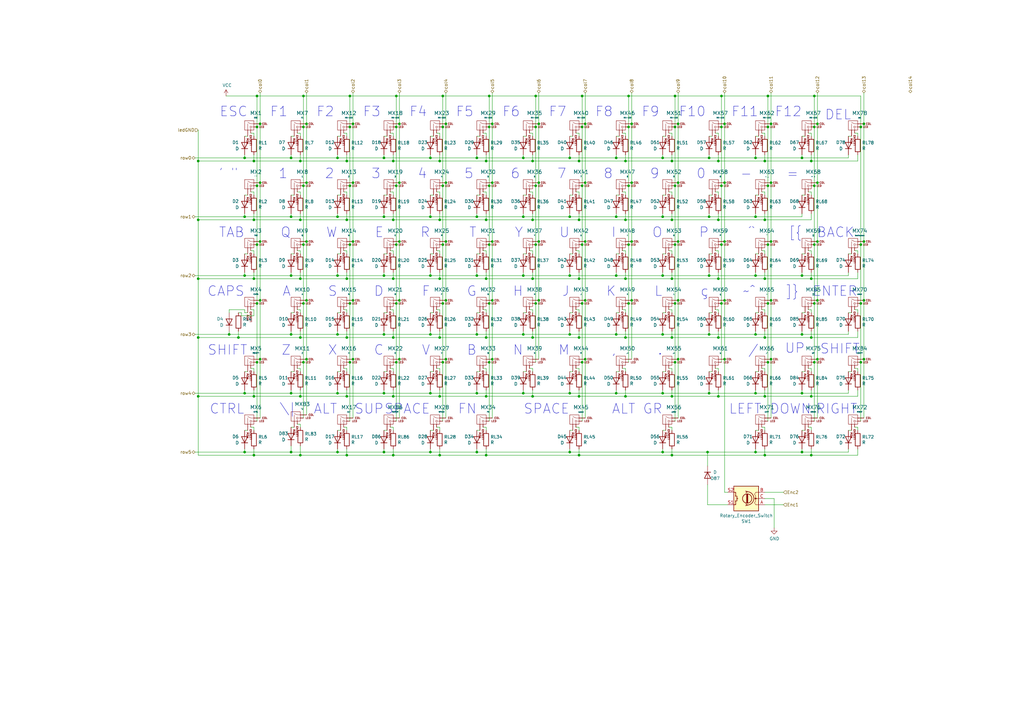
<source format=kicad_sch>
(kicad_sch (version 20231120) (generator "eeschema") (generator_version "8.0")
  (paper "A3")
  (junction (at 313.69 162.56))
  (junction (at 81.28 162.56))
  (junction (at 257.81 100.33))
  (junction (at 182.88 123.19))
  (junction (at 119.38 88.9))
  (junction (at 309.88 185.42))
  (junction (at 328.93 113.03))
  (junction (at 161.29 114.3))
  (junction (at 354.33 147.32))
  (junction (at 278.13 99.06))
  (junction (at 294.64 90.17))
  (junction (at 240.03 147.32))
  (junction (at 201.93 74.93))
  (junction (at 297.18 99.06))
  (junction (at 219.71 52.07))
  (junction (at 214.63 64.77))
  (junction (at 105.41 100.33))
  (junction (at 328.93 64.77))
  (junction (at 142.24 66.04))
  (junction (at 278.13 123.19))
  (junction (at 176.53 185.42))
  (junction (at 275.59 66.04))
  (junction (at 313.69 186.69))
  (junction (at 81.28 138.43))
  (junction (at 195.58 137.16))
  (junction (at 138.43 113.03))
  (junction (at 278.13 147.32))
  (junction (at 295.91 39.37))
  (junction (at 309.88 88.9))
  (junction (at 233.68 185.42))
  (junction (at 275.59 186.69))
  (junction (at 195.58 113.03))
  (junction (at 220.98 123.19))
  (junction (at 295.91 52.07))
  (junction (at 123.19 114.3))
  (junction (at 105.41 76.2))
  (junction (at 237.49 186.69))
  (junction (at 157.48 64.77))
  (junction (at 138.43 137.16))
  (junction (at 276.86 52.07))
  (junction (at 81.28 66.04))
  (junction (at 256.54 162.56))
  (junction (at 142.24 162.56))
  (junction (at 180.34 66.04))
  (junction (at 143.51 39.37))
  (junction (at 100.33 64.77))
  (junction (at 106.68 99.06))
  (junction (at 124.46 148.59))
  (junction (at 314.96 52.07))
  (junction (at 218.44 66.04))
  (junction (at 316.23 99.06))
  (junction (at 294.64 162.56))
  (junction (at 218.44 90.17))
  (junction (at 144.78 147.32))
  (junction (at 119.38 113.03))
  (junction (at 176.53 137.16))
  (junction (at 256.54 90.17))
  (junction (at 334.01 148.59))
  (junction (at 144.78 74.93))
  (junction (at 278.13 50.8))
  (junction (at 182.88 74.93))
  (junction (at 157.48 88.9))
  (junction (at 138.43 64.77))
  (junction (at 237.49 162.56))
  (junction (at 200.66 100.33))
  (junction (at 219.71 100.33))
  (junction (at 309.88 113.03))
  (junction (at 313.69 66.04))
  (junction (at 297.18 74.93))
  (junction (at 332.74 162.56))
  (junction (at 276.86 76.2))
  (junction (at 332.74 66.04))
  (junction (at 271.78 161.29))
  (junction (at 290.83 137.16))
  (junction (at 180.34 186.69))
  (junction (at 237.49 90.17))
  (junction (at 199.39 90.17))
  (junction (at 181.61 124.46))
  (junction (at 332.74 138.43))
  (junction (at 123.19 90.17))
  (junction (at 161.29 66.04))
  (junction (at 313.69 114.3))
  (junction (at 163.83 50.8))
  (junction (at 257.81 39.37))
  (junction (at 176.53 64.77))
  (junction (at 182.88 147.32))
  (junction (at 161.29 90.17))
  (junction (at 195.58 185.42))
  (junction (at 105.41 52.07))
  (junction (at 332.74 186.69))
  (junction (at 237.49 66.04))
  (junction (at 201.93 99.06))
  (junction (at 104.14 186.69))
  (junction (at 157.48 161.29))
  (junction (at 257.81 76.2))
  (junction (at 143.51 52.07))
  (junction (at 335.28 147.32))
  (junction (at 233.68 88.9))
  (junction (at 238.76 39.37))
  (junction (at 237.49 138.43))
  (junction (at 354.33 99.06))
  (junction (at 143.51 100.33))
  (junction (at 252.73 88.9))
  (junction (at 257.81 52.07))
  (junction (at 195.58 64.77))
  (junction (at 271.78 64.77))
  (junction (at 144.78 50.8))
  (junction (at 123.19 138.43))
  (junction (at 252.73 161.29))
  (junction (at 353.06 100.33))
  (junction (at 163.83 123.19))
  (junction (at 106.68 74.93))
  (junction (at 271.78 113.03))
  (junction (at 297.18 147.32))
  (junction (at 182.88 99.06))
  (junction (at 257.81 124.46))
  (junction (at 354.33 50.8))
  (junction (at 142.24 138.43))
  (junction (at 314.96 100.33))
  (junction (at 162.56 124.46))
  (junction (at 256.54 66.04))
  (junction (at 181.61 100.33))
  (junction (at 199.39 66.04))
  (junction (at 313.69 90.17))
  (junction (at 276.86 100.33))
  (junction (at 180.34 138.43))
  (junction (at 238.76 124.46))
  (junction (at 275.59 90.17))
  (junction (at 142.24 90.17))
  (junction (at 201.93 50.8))
  (junction (at 125.73 74.93))
  (junction (at 219.71 124.46))
  (junction (at 276.86 39.37))
  (junction (at 200.66 148.59))
  (junction (at 162.56 52.07))
  (junction (at 143.51 76.2))
  (junction (at 200.66 76.2))
  (junction (at 214.63 113.03))
  (junction (at 252.73 64.77))
  (junction (at 295.91 76.2))
  (junction (at 214.63 137.16))
  (junction (at 238.76 52.07))
  (junction (at 104.14 162.56))
  (junction (at 214.63 161.29))
  (junction (at 237.49 114.3))
  (junction (at 100.33 88.9))
  (junction (at 233.68 113.03))
  (junction (at 233.68 64.77))
  (junction (at 309.88 137.16))
  (junction (at 119.38 64.77))
  (junction (at 125.73 147.32))
  (junction (at 125.73 123.19))
  (junction (at 105.41 148.59))
  (junction (at 297.18 123.19))
  (junction (at 240.03 99.06))
  (junction (at 125.73 50.8))
  (junction (at 314.96 124.46))
  (junction (at 240.03 74.93))
  (junction (at 334.01 100.33))
  (junction (at 334.01 52.07))
  (junction (at 119.38 137.16))
  (junction (at 219.71 39.37))
  (junction (at 328.93 185.42))
  (junction (at 163.83 147.32))
  (junction (at 334.01 76.2))
  (junction (at 180.34 162.56))
  (junction (at 106.68 123.19))
  (junction (at 256.54 114.3))
  (junction (at 106.68 50.8))
  (junction (at 124.46 76.2))
  (junction (at 278.13 74.93))
  (junction (at 161.29 138.43))
  (junction (at 143.51 124.46))
  (junction (at 162.56 76.2))
  (junction (at 271.78 185.42))
  (junction (at 259.08 99.06))
  (junction (at 163.83 99.06))
  (junction (at 238.76 76.2))
  (junction (at 259.08 74.93))
  (junction (at 163.83 74.93))
  (junction (at 252.73 137.16))
  (junction (at 220.98 50.8))
  (junction (at 182.88 50.8))
  (junction (at 144.78 123.19))
  (junction (at 124.46 100.33))
  (junction (at 314.96 148.59))
  (junction (at 219.71 76.2))
  (junction (at 328.93 137.16))
  (junction (at 100.33 113.03))
  (junction (at 353.06 52.07))
  (junction (at 332.74 114.3))
  (junction (at 335.28 123.19))
  (junction (at 157.48 137.16))
  (junction (at 271.78 88.9))
  (junction (at 181.61 52.07))
  (junction (at 180.34 90.17))
  (junction (at 252.73 113.03))
  (junction (at 104.14 90.17))
  (junction (at 238.76 100.33))
  (junction (at 314.96 76.2))
  (junction (at 200.66 124.46))
  (junction (at 176.53 161.29))
  (junction (at 316.23 50.8))
  (junction (at 334.01 39.37))
  (junction (at 314.96 39.37))
  (junction (at 316.23 123.19))
  (junction (at 143.51 148.59))
  (junction (at 200.66 39.37))
  (junction (at 353.06 148.59))
  (junction (at 309.88 161.29))
  (junction (at 142.24 114.3))
  (junction (at 220.98 99.06))
  (junction (at 124.46 52.07))
  (junction (at 124.46 124.46))
  (junction (at 218.44 138.43))
  (junction (at 195.58 161.29))
  (junction (at 335.28 74.93))
  (junction (at 214.63 88.9))
  (junction (at 176.53 113.03))
  (junction (at 119.38 161.29))
  (junction (at 259.08 50.8))
  (junction (at 316.23 147.32))
  (junction (at 290.83 64.77))
  (junction (at 290.83 161.29))
  (junction (at 199.39 114.3))
  (junction (at 313.69 138.43))
  (junction (at 93.98 137.16))
  (junction (at 271.78 137.16))
  (junction (at 123.19 66.04))
  (junction (at 162.56 148.59))
  (junction (at 138.43 88.9))
  (junction (at 295.91 100.33))
  (junction (at 123.19 186.69))
  (junction (at 97.79 138.43))
  (junction (at 259.08 123.19))
  (junction (at 309.88 64.77))
  (junction (at 290.195 185.42))
  (junction (at 220.98 74.93))
  (junction (at 328.93 161.29))
  (junction (at 125.73 99.06))
  (junction (at 275.59 138.43))
  (junction (at 105.41 124.46))
  (junction (at 181.61 148.59))
  (junction (at 81.28 114.3))
  (junction (at 256.54 138.43))
  (junction (at 218.44 162.56))
  (junction (at 294.64 138.43))
  (junction (at 233.68 161.29))
  (junction (at 105.41 39.37))
  (junction (at 138.43 161.29))
  (junction (at 353.06 124.46))
  (junction (at 218.44 114.3))
  (junction (at 238.76 148.59))
  (junction (at 104.14 66.04))
  (junction (at 199.39 138.43))
  (junction (at 181.61 39.37))
  (junction (at 335.28 99.06))
  (junction (at 100.33 161.29))
  (junction (at 161.29 186.69))
  (junction (at 176.53 88.9))
  (junction (at 199.39 162.56))
  (junction (at 104.14 114.3))
  (junction (at 162.56 100.33))
  (junction (at 144.78 99.06))
  (junction (at 297.18 50.8))
  (junction (at 354.33 123.19))
  (junction (at 201.93 123.19))
  (junction (at 290.83 113.03))
  (junction (at 142.24 186.69))
  (junction (at 295.91 124.46))
  (junction (at 276.86 148.59))
  (junction (at 240.03 123.19))
  (junction (at 294.64 66.04))
  (junction (at 181.61 76.2))
  (junction (at 233.68 137.16))
  (junction (at 290.83 88.9))
  (junction (at 124.46 39.37))
  (junction (at 100.33 185.42))
  (junction (at 106.68 147.32))
  (junction (at 138.43 185.42))
  (junction (at 294.64 114.3))
  (junction (at 123.19 162.56))
  (junction (at 81.28 90.17))
  (junction (at 161.29 162.56))
  (junction (at 162.56 39.37))
  (junction (at 157.48 185.42))
  (junction (at 180.34 114.3))
  (junction (at 276.86 124.46))
  (junction (at 316.23 74.93))
  (junction (at 199.39 186.69))
  (junction (at 275.59 114.3))
  (junction (at 275.59 162.56))
  (junction (at 335.28 50.8))
  (junction (at 200.66 52.07))
  (junction (at 157.48 113.03))
  (junction (at 240.03 50.8))
  (junction (at 119.38 185.42))
  (junction (at 201.93 147.32))
  (junction (at 195.58 88.9))
  (junction (at 334.01 124.46))
  (wire (pts (xy 195.58 161.29) (xy 214.63 161.29)))
  (wire (pts (xy 294.64 66.04) (xy 313.69 66.04)))
  (wire (pts (xy 335.28 38.1) (xy 335.28 50.8)))
  (wire (pts (xy 138.43 55.88) (xy 139.7 55.88)))
  (wire (pts (xy 238.76 39.37) (xy 257.81 39.37)))
  (wire (pts (xy 237.49 160.02) (xy 237.49 162.56)))
  (wire (pts (xy 80.01 137.16) (xy 93.98 137.16)))
  (wire (pts (xy 214.63 128.27) (xy 215.9 128.27)))
  (wire (pts (xy 161.29 176.53) (xy 161.29 175.26)))
  (wire (pts (xy 237.49 186.69) (xy 275.59 186.69)))
  (wire (pts (xy 351.79 184.15) (xy 351.79 186.69)))
  (wire (pts (xy 290.83 87.63) (xy 290.83 88.9)))
  (wire (pts (xy 121.92 54.61) (xy 123.19 54.61)))
  (wire (pts (xy 332.74 184.15) (xy 332.74 186.69)))
  (wire (pts (xy 314.96 52.07) (xy 314.96 76.2)))
  (wire (pts (xy 259.08 50.8) (xy 259.08 74.93)))
  (wire (pts (xy 124.46 39.37) (xy 124.46 52.07)))
  (wire (pts (xy 195.58 113.03) (xy 214.63 113.03)))
  (wire (pts (xy 313.69 114.3) (xy 332.74 114.3)))
  (wire (pts (xy 309.88 63.5) (xy 309.88 64.77)))
  (wire (pts (xy 176.53 185.42) (xy 195.58 185.42)))
  (wire (pts (xy 259.08 74.93) (xy 259.08 99.06)))
  (wire (pts (xy 182.88 38.1) (xy 182.88 50.8)))
  (wire (pts (xy 328.93 160.02) (xy 328.93 161.29)))
  (wire (pts (xy 218.44 63.5) (xy 218.44 66.04)))
  (wire (pts (xy 181.61 52.07) (xy 181.61 76.2)))
  (wire (pts (xy 163.83 74.93) (xy 163.83 99.06)))
  (wire (pts (xy 123.19 127) (xy 123.19 128.27)))
  (wire (pts (xy 334.01 39.37) (xy 353.06 39.37)))
  (wire (pts (xy 123.19 186.69) (xy 142.24 186.69)))
  (wire (pts (xy 290.83 63.5) (xy 290.83 64.77)))
  (wire (pts (xy 106.68 123.19) (xy 106.68 147.32)))
  (wire (pts (xy 100.33 128.27) (xy 100.33 127)))
  (wire (pts (xy 321.31 207.01) (xy 313.69 207.01)))
  (wire (pts (xy 119.38 152.4) (xy 120.65 152.4)))
  (wire (pts (xy 100.33 55.88) (xy 101.6 55.88)))
  (wire (pts (xy 142.24 186.69) (xy 161.29 186.69)))
  (wire (pts (xy 350.52 151.13) (xy 351.79 151.13)))
  (wire (pts (xy 180.34 175.26) (xy 180.34 176.53)))
  (wire (pts (xy 309.88 185.42) (xy 328.93 185.42)))
  (wire (pts (xy 294.64 78.74) (xy 294.64 80.01)))
  (wire (pts (xy 237.49 127) (xy 237.49 128.27)))
  (wire (pts (xy 309.88 104.14) (xy 311.15 104.14)))
  (wire (pts (xy 347.98 55.88) (xy 349.25 55.88)))
  (wire (pts (xy 233.68 185.42) (xy 271.78 185.42)))
  (wire (pts (xy 271.78 176.53) (xy 273.05 176.53)))
  (wire (pts (xy 176.53 63.5) (xy 176.53 64.77)))
  (wire (pts (xy 233.68 87.63) (xy 233.68 88.9)))
  (wire (pts (xy 313.69 54.61) (xy 313.69 55.88)))
  (wire (pts (xy 313.69 186.69) (xy 332.74 186.69)))
  (wire (pts (xy 353.06 39.37) (xy 353.06 52.07)))
  (wire (pts (xy 252.73 137.16) (xy 271.78 137.16)))
  (wire (pts (xy 181.61 148.59) (xy 181.61 172.72)))
  (wire (pts (xy 180.34 54.61) (xy 180.34 55.88)))
  (wire (pts (xy 142.24 160.02) (xy 142.24 162.56)))
  (wire (pts (xy 309.88 64.77) (xy 328.93 64.77)))
  (wire (pts (xy 316.23 74.93) (xy 316.23 99.06)))
  (wire (pts (xy 142.24 78.74) (xy 142.24 80.01)))
  (wire (pts (xy 142.24 111.76) (xy 142.24 114.3)))
  (wire (pts (xy 123.19 90.17) (xy 142.24 90.17)))
  (wire (pts (xy 161.29 184.15) (xy 161.29 186.69)))
  (wire (pts (xy 100.33 184.15) (xy 100.33 185.42)))
  (wire (pts (xy 218.44 102.87) (xy 218.44 104.14)))
  (wire (pts (xy 198.12 175.26) (xy 199.39 175.26)))
  (wire (pts (xy 195.58 88.9) (xy 214.63 88.9)))
  (wire (pts (xy 104.14 54.61) (xy 104.14 55.88)))
  (wire (pts (xy 180.34 138.43) (xy 199.39 138.43)))
  (wire (pts (xy 237.49 66.04) (xy 256.54 66.04)))
  (wire (pts (xy 182.88 99.06) (xy 182.88 123.19)))
  (wire (pts (xy 81.28 90.17) (xy 104.14 90.17)))
  (wire (pts (xy 290.195 185.42) (xy 309.88 185.42)))
  (wire (pts (xy 328.93 64.77) (xy 347.98 64.77)))
  (wire (pts (xy 233.68 137.16) (xy 252.73 137.16)))
  (wire (pts (xy 312.42 78.74) (xy 313.69 78.74)))
  (wire (pts (xy 142.24 54.61) (xy 142.24 55.88)))
  (wire (pts (xy 123.19 160.02) (xy 123.19 162.56)))
  (wire (pts (xy 218.44 66.04) (xy 237.49 66.04)))
  (wire (pts (xy 214.63 113.03) (xy 233.68 113.03)))
  (wire (pts (xy 138.43 137.16) (xy 157.48 137.16)))
  (wire (pts (xy 271.78 161.29) (xy 290.83 161.29)))
  (wire (pts (xy 104.14 66.04) (xy 123.19 66.04)))
  (wire (pts (xy 195.58 111.76) (xy 195.58 113.03)))
  (wire (pts (xy 295.91 39.37) (xy 314.96 39.37)))
  (wire (pts (xy 240.03 50.8) (xy 240.03 74.93)))
  (wire (pts (xy 233.68 161.29) (xy 252.73 161.29)))
  (wire (pts (xy 106.68 38.1) (xy 106.68 50.8)))
  (wire (pts (xy 236.22 102.87) (xy 237.49 102.87)))
  (wire (pts (xy 353.06 148.59) (xy 353.06 172.72)))
  (wire (pts (xy 271.78 80.01) (xy 273.05 80.01)))
  (wire (pts (xy 309.88 88.9) (xy 328.93 88.9)))
  (wire (pts (xy 275.59 90.17) (xy 294.64 90.17)))
  (wire (pts (xy 271.78 184.15) (xy 271.78 185.42)))
  (wire (pts (xy 256.54 90.17) (xy 275.59 90.17)))
  (wire (pts (xy 312.42 54.61) (xy 313.69 54.61)))
  (wire (pts (xy 276.86 148.59) (xy 276.86 172.72)))
  (wire (pts (xy 104.14 90.17) (xy 123.19 90.17)))
  (wire (pts (xy 218.44 111.76) (xy 218.44 114.3)))
  (wire (pts (xy 138.43 152.4) (xy 139.7 152.4)))
  (wire (pts (xy 199.39 160.02) (xy 199.39 162.56)))
  (wire (pts (xy 199.39 184.15) (xy 199.39 186.69)))
  (wire (pts (xy 353.06 124.46) (xy 353.06 148.59)))
  (wire (pts (xy 161.29 78.74) (xy 161.29 80.01)))
  (wire (pts (xy 176.53 111.76) (xy 176.53 113.03)))
  (wire (pts (xy 332.74 63.5) (xy 332.74 66.04)))
  (wire (pts (xy 313.69 66.04) (xy 332.74 66.04)))
  (wire (pts (xy 119.38 104.14) (xy 120.65 104.14)))
  (wire (pts (xy 124.46 148.59) (xy 124.46 171.45)))
  (wire (pts (xy 180.34 66.04) (xy 199.39 66.04)))
  (wire (pts (xy 297.18 50.8) (xy 297.18 74.93)))
  (wire (pts (xy 199.39 135.89) (xy 199.39 138.43)))
  (wire (pts (xy 256.54 162.56) (xy 275.59 162.56)))
  (wire (pts (xy 290.195 207.01) (xy 298.45 207.01)))
  (wire (pts (xy 252.73 64.77) (xy 271.78 64.77)))
  (wire (pts (xy 104.14 102.87) (xy 104.14 104.14)))
  (wire (pts (xy 293.37 54.61) (xy 294.64 54.61)))
  (wire (pts (xy 179.07 78.74) (xy 180.34 78.74)))
  (wire (pts (xy 271.78 64.77) (xy 290.83 64.77)))
  (wire (pts (xy 237.49 162.56) (xy 256.54 162.56)))
  (wire (pts (xy 198.12 78.74) (xy 199.39 78.74)))
  (wire (pts (xy 195.58 135.89) (xy 195.58 137.16)))
  (wire (pts (xy 138.43 80.01) (xy 139.7 80.01)))
  (wire (pts (xy 119.38 55.88) (xy 120.65 55.88)))
  (wire (pts (xy 119.38 128.27) (xy 120.65 128.27)))
  (wire (pts (xy 313.69 102.87) (xy 313.69 104.14)))
  (wire (pts (xy 180.34 186.69) (xy 199.39 186.69)))
  (wire (pts (xy 105.41 148.59) (xy 105.41 172.72)))
  (wire (pts (xy 220.98 123.19) (xy 220.98 147.32)))
  (wire (pts (xy 334.01 100.33) (xy 334.01 124.46)))
  (wire (pts (xy 201.93 38.1) (xy 201.93 50.8)))
  (wire (pts (xy 181.61 100.33) (xy 181.61 124.46)))
  (wire (pts (xy 176.53 152.4) (xy 177.8 152.4)))
  (wire (pts (xy 142.24 127) (xy 142.24 128.27)))
  (wire (pts (xy 199.39 78.74) (xy 199.39 80.01)))
  (wire (pts (xy 182.88 147.32) (xy 182.88 171.45)))
  (wire (pts (xy 321.31 201.93) (xy 313.69 201.93)))
  (wire (pts (xy 214.63 160.02) (xy 214.63 161.29)))
  (wire (pts (xy 143.51 124.46) (xy 143.51 148.59)))
  (wire (pts (xy 256.54 135.89) (xy 256.54 138.43)))
  (wire (pts (xy 256.54 66.04) (xy 275.59 66.04)))
  (wire (pts (xy 219.71 76.2) (xy 219.71 100.33)))
  (wire (pts (xy 294.64 54.61) (xy 294.64 55.88)))
  (wire (pts (xy 271.78 63.5) (xy 271.78 64.77)))
  (wire (pts (xy 275.59 78.74) (xy 275.59 80.01)))
  (wire (pts (xy 313.69 135.89) (xy 313.69 138.43)))
  (wire (pts (xy 138.43 135.89) (xy 138.43 137.16)))
  (wire (pts (xy 199.39 66.04) (xy 218.44 66.04)))
  (wire (pts (xy 350.52 54.61) (xy 351.79 54.61)))
  (wire (pts (xy 237.49 175.26) (xy 237.49 176.53)))
  (wire (pts (xy 201.93 99.06) (xy 201.93 123.19)))
  (wire (pts (xy 176.53 161.29) (xy 195.58 161.29)))
  (wire (pts (xy 119.38 88.9) (xy 138.43 88.9)))
  (wire (pts (xy 81.28 162.56) (xy 104.14 162.56)))
  (wire (pts (xy 240.03 99.06) (xy 240.03 123.19)))
  (wire (pts (xy 332.74 162.56) (xy 351.79 162.56)))
  (wire (pts (xy 161.29 162.56) (xy 180.34 162.56)))
  (wire (pts (xy 176.53 104.14) (xy 177.8 104.14)))
  (wire (pts (xy 220.98 50.8) (xy 220.98 74.93)))
  (wire (pts (xy 328.93 152.4) (xy 330.2 152.4)))
  (wire (pts (xy 81.28 186.69) (xy 104.14 186.69)))
  (wire (pts (xy 199.39 138.43) (xy 218.44 138.43)))
  (wire (pts (xy 237.49 102.87) (xy 237.49 104.14)))
  (wire (pts (xy 328.93 113.03) (xy 347.98 113.03)))
  (wire (pts (xy 240.03 123.19) (xy 240.03 147.32)))
  (wire (pts (xy 328.93 63.5) (xy 328.93 64.77)))
  (wire (pts (xy 335.28 99.06) (xy 335.28 123.19)))
  (wire (pts (xy 157.48 135.89) (xy 157.48 137.16)))
  (wire (pts (xy 163.83 123.19) (xy 163.83 147.32)))
  (wire (pts (xy 102.87 78.74) (xy 104.14 78.74)))
  (wire (pts (xy 328.93 55.88) (xy 330.2 55.88)))
  (wire (pts (xy 252.73 152.4) (xy 254 152.4)))
  (wire (pts (xy 144.78 38.1) (xy 144.78 50.8)))
  (wire (pts (xy 97.79 135.89) (xy 97.79 138.43)))
  (wire (pts (xy 350.52 127) (xy 351.79 127)))
  (wire (pts (xy 237.49 184.15) (xy 237.49 186.69)))
  (wire (pts (xy 347.98 135.89) (xy 347.98 137.16)))
  (wire (pts (xy 294.64 162.56) (xy 313.69 162.56)))
  (wire (pts (xy 332.74 127) (xy 332.74 128.27)))
  (wire (pts (xy 180.34 63.5) (xy 180.34 66.04)))
  (wire (pts (xy 347.98 176.53) (xy 349.25 176.53)))
  (wire (pts (xy 121.92 127) (xy 123.19 127)))
  (wire (pts (xy 142.24 102.87) (xy 142.24 104.14)))
  (wire (pts (xy 309.88 161.29) (xy 328.93 161.29)))
  (wire (pts (xy 220.98 99.06) (xy 220.98 123.19)))
  (wire (pts (xy 119.38 185.42) (xy 138.43 185.42)))
  (wire (pts (xy 157.48 128.27) (xy 158.75 128.27)))
  (wire (pts (xy 347.98 160.02) (xy 347.98 161.29)))
  (wire (pts (xy 200.66 39.37) (xy 200.66 52.07)))
  (wire (pts (xy 179.07 102.87) (xy 180.34 102.87)))
  (wire (pts (xy 297.18 123.19) (xy 297.18 147.32)))
  (wire (pts (xy 81.28 138.43) (xy 97.79 138.43)))
  (wire (pts (xy 105.41 52.07) (xy 105.41 39.37)))
  (wire (pts (xy 290.83 88.9) (xy 309.88 88.9)))
  (wire (pts (xy 182.88 74.93) (xy 182.88 99.06)))
  (wire (pts (xy 138.43 87.63) (xy 138.43 88.9)))
  (wire (pts (xy 233.68 63.5) (xy 233.68 64.77)))
  (wire (pts (xy 180.34 151.13) (xy 180.34 152.4)))
  (wire (pts (xy 252.73 160.02) (xy 252.73 161.29)))
  (wire (pts (xy 106.68 74.93) (xy 106.68 99.06)))
  (wire (pts (xy 278.13 123.19) (xy 278.13 147.32)))
  (wire (pts (xy 161.29 138.43) (xy 180.34 138.43)))
  (wire (pts (xy 163.83 147.32) (xy 163.83 171.45)))
  (wire (pts (xy 138.43 176.53) (xy 139.7 176.53)))
  (wire (pts (xy 123.19 114.3) (xy 142.24 114.3)))
  (wire (pts (xy 144.78 50.8) (xy 144.78 74.93)))
  (wire (pts (xy 278.13 74.93) (xy 278.13 99.06)))
  (wire (pts (xy 238.76 100.33) (xy 238.76 124.46)))
  (wire (pts (xy 180.34 160.02) (xy 180.34 162.56)))
  (wire (pts (xy 313.69 87.63) (xy 313.69 90.17)))
  (wire (pts (xy 157.48 87.63) (xy 157.48 88.9)))
  (wire (pts (xy 351.79 102.87) (xy 351.79 104.14)))
  (wire (pts (xy 316.23 147.32) (xy 316.23 171.45)))
  (wire (pts (xy 354.33 38.1) (xy 354.33 50.8)))
  (wire (pts (xy 313.69 162.56) (xy 332.74 162.56)))
  (wire (pts (xy 176.53 80.01) (xy 177.8 80.01)))
  (wire (pts (xy 157.48 113.03) (xy 176.53 113.03)))
  (wire (pts (xy 161.29 175.26) (xy 160.02 175.26)))
  (wire (pts (xy 328.93 80.01) (xy 330.2 80.01)))
  (wire (pts (xy 233.68 135.89) (xy 233.68 137.16)))
  (wire (pts (xy 104.14 175.26) (xy 104.14 176.53)))
  (wire (pts (xy 316.23 50.8) (xy 316.23 74.93)))
  (wire (pts (xy 142.24 90.17) (xy 161.29 90.17)))
  (wire (pts (xy 293.37 102.87) (xy 294.64 102.87)))
  (wire (pts (xy 180.34 78.74) (xy 180.34 80.01)))
  (wire (pts (xy 252.73 135.89) (xy 252.73 137.16)))
  (wire (pts (xy 142.24 184.15) (xy 142.24 186.69)))
  (wire (pts (xy 252.73 55.88) (xy 254 55.88)))
  (wire (pts (xy 157.48 160.02) (xy 157.48 161.29)))
  (wire (pts (xy 161.29 186.69) (xy 180.34 186.69)))
  (wire (pts (xy 106.68 147.32) (xy 106.68 171.45)))
  (wire (pts (xy 104.14 114.3) (xy 123.19 114.3)))
  (wire (pts (xy 240.03 74.93) (xy 240.03 99.06)))
  (wire (pts (xy 163.83 99.06) (xy 163.83 123.19)))
  (wire (pts (xy 180.34 135.89) (xy 180.34 138.43)))
  (wire (pts (xy 309.88 135.89) (xy 309.88 137.16)))
  (wire (pts (xy 332.74 138.43) (xy 351.79 138.43)))
  (wire (pts (xy 198.12 102.87) (xy 199.39 102.87)))
  (wire (pts (xy 195.58 63.5) (xy 195.58 64.77)))
  (wire (pts (xy 123.19 182.88) (xy 123.19 186.69)))
  (wire (pts (xy 334.01 148.59) (xy 334.01 172.72)))
  (wire (pts (xy 313.69 111.76) (xy 313.69 114.3)))
  (wire (pts (xy 351.79 160.02) (xy 351.79 162.56)))
  (wire (pts (xy 252.73 161.29) (xy 271.78 161.29)))
  (wire (pts (xy 275.59 184.15) (xy 275.59 186.69)))
  (wire (pts (xy 81.28 53.34) (xy 81.28 66.04)))
  (wire (pts (xy 195.58 176.53) (xy 196.85 176.53)))
  (wire (pts (xy 100.33 88.9) (xy 119.38 88.9)))
  (wire (pts (xy 123.19 78.74) (xy 123.19 80.01)))
  (wire (pts (xy 176.53 113.03) (xy 195.58 113.03)))
  (wire (pts (xy 237.49 78.74) (xy 237.49 80.01)))
  (wire (pts (xy 252.73 113.03) (xy 271.78 113.03)))
  (wire (pts (xy 347.98 104.14) (xy 349.25 104.14)))
  (wire (pts (xy 200.66 100.33) (xy 200.66 124.46)))
  (wire (pts (xy 256.54 114.3) (xy 275.59 114.3)))
  (wire (pts (xy 162.56 39.37) (xy 181.61 39.37)))
  (wire (pts (xy 351.79 175.26) (xy 351.79 176.53)))
  (wire (pts (xy 138.43 185.42) (xy 157.48 185.42)))
  (wire (pts (xy 199.39 87.63) (xy 199.39 90.17)))
  (wire (pts (xy 81.28 90.17) (xy 81.28 114.3)))
  (wire (pts (xy 219.71 39.37) (xy 219.71 52.07)))
  (wire (pts (xy 275.59 135.89) (xy 275.59 138.43)))
  (wire (pts (xy 314.96 100.33) (xy 314.96 124.46)))
  (wire (pts (xy 259.08 99.06) (xy 259.08 123.19)))
  (wire (pts (xy 100.33 80.01) (xy 101.6 80.01)))
  (wire (pts (xy 218.44 127) (xy 218.44 128.27)))
  (wire (pts (xy 295.91 100.33) (xy 295.91 124.46)))
  (wire (pts (xy 219.71 39.37) (xy 238.76 39.37)))
  (wire (pts (xy 259.08 38.1) (xy 259.08 50.8)))
  (wire (pts (xy 102.87 151.13) (xy 104.14 151.13)))
  (wire (pts (xy 294.64 63.5) (xy 294.64 66.04)))
  (wire (pts (xy 271.78 55.88) (xy 273.05 55.88)))
  (wire (pts (xy 157.48 104.14) (xy 158.75 104.14)))
  (wire (pts (xy 240.03 147.32) (xy 240.03 171.45)))
  (wire (pts (xy 334.01 76.2) (xy 334.01 100.33)))
  (wire (pts (xy 214.63 80.01) (xy 215.9 80.01)))
  (wire (pts (xy 119.38 87.63) (xy 119.38 88.9)))
  (wire (pts (xy 290.195 185.42) (xy 290.195 191.135)))
  (wire (pts (xy 335.28 147.32) (xy 335.28 171.45)))
  (wire (pts (xy 275.59 102.87) (xy 275.59 104.14)))
  (wire (pts (xy 290.83 80.01) (xy 292.1 80.01)))
  (wire (pts (xy 80.01 185.42) (xy 100.33 185.42)))
  (wire (pts (xy 157.48 88.9) (xy 176.53 88.9)))
  (wire (pts (xy 200.66 52.07) (xy 200.66 76.2)))
  (wire (pts (xy 256.54 160.02) (xy 256.54 162.56)))
  (wire (pts (xy 354.33 123.19) (xy 354.33 147.32)))
  (wire (pts (xy 257.81 39.37) (xy 257.81 52.07)))
  (wire (pts (xy 313.69 63.5) (xy 313.69 66.04)))
  (wire (pts (xy 276.86 76.2) (xy 276.86 100.33)))
  (wire (pts (xy 220.98 74.93) (xy 220.98 99.06)))
  (wire (pts (xy 180.34 90.17) (xy 199.39 90.17)))
  (wire (pts (xy 271.78 135.89) (xy 271.78 137.16)))
  (wire (pts (xy 102.87 175.26) (xy 104.14 175.26)))
  (wire (pts (xy 119.38 160.02) (xy 119.38 161.29)))
  (wire (pts (xy 195.58 87.63) (xy 195.58 88.9)))
  (wire (pts (xy 142.24 175.26) (xy 142.24 176.53)))
  (wire (pts (xy 180.34 102.87) (xy 180.34 104.14)))
  (wire (pts (xy 124.46 76.2) (xy 124.46 100.33)))
  (wire (pts (xy 328.93 104.14) (xy 330.2 104.14)))
  (wire (pts (xy 81.28 66.04) (xy 104.14 66.04)))
  (wire (pts (xy 138.43 184.15) (xy 138.43 185.42)))
  (wire (pts (xy 138.43 88.9) (xy 157.48 88.9)))
  (wire (pts (xy 157.48 152.4) (xy 158.75 152.4)))
  (wire (pts (xy 143.51 39.37) (xy 143.51 52.07)))
  (wire (pts (xy 195.58 184.15) (xy 195.58 185.42)))
  (wire (pts (xy 316.23 38.1) (xy 316.23 50.8)))
  (wire (pts (xy 314.96 76.2) (xy 314.96 100.33)))
  (wire (pts (xy 119.38 111.76) (xy 119.38 113.03)))
  (wire (pts (xy 238.76 52.07) (xy 238.76 76.2)))
  (wire (pts (xy 271.78 111.76) (xy 271.78 113.03)))
  (wire (pts (xy 104.14 127) (xy 104.14 129.54)))
  (wire (pts (xy 331.47 102.87) (xy 332.74 102.87)))
  (wire (pts (xy 257.81 76.2) (xy 257.81 100.33)))
  (wire (pts (xy 142.24 63.5) (xy 142.24 66.04)))
  (wire (pts (xy 274.32 78.74) (xy 275.59 78.74)))
  (wire (pts (xy 294.64 90.17) (xy 313.69 90.17)))
  (wire (pts (xy 256.54 78.74) (xy 256.54 80.01)))
  (wire (pts (xy 180.34 111.76) (xy 180.34 114.3)))
  (wire (pts (xy 100.33 185.42) (xy 119.38 185.42)))
  (wire (pts (xy 138.43 128.27) (xy 139.7 128.27)))
  (wire (pts (xy 198.12 54.61) (xy 199.39 54.61)))
  (wire (pts (xy 182.88 123.19) (xy 182.88 147.32)))
  (wire (pts (xy 102.87 102.87) (xy 104.14 102.87)))
  (wire (pts (xy 214.63 137.16) (xy 233.68 137.16)))
  (wire (pts (xy 162.56 39.37) (xy 162.56 52.07)))
  (wire (pts (xy 332.74 78.74) (xy 332.74 80.01)))
  (wire (pts (xy 160.02 102.87) (xy 161.29 102.87)))
  (wire (pts (xy 143.51 100.33) (xy 143.51 124.46)))
  (wire (pts (xy 332.74 175.26) (xy 332.74 176.53)))
  (wire (pts (xy 123.19 66.04) (xy 142.24 66.04)))
  (wire (pts (xy 144.78 123.19) (xy 144.78 147.32)))
  (wire (pts (xy 238.76 39.37) (xy 238.76 52.07)))
  (wire (pts (xy 125.73 50.8) (xy 125.73 74.93)))
  (wire (pts (xy 233.68 64.77) (xy 252.73 64.77)))
  (wire (pts (xy 332.74 135.89) (xy 332.74 138.43)))
  (wire (pts (xy 313.69 160.02) (xy 313.69 162.56)))
  (wire (pts (xy 313.69 204.47) (xy 317.5 204.47)))
  (wire (pts (xy 199.39 151.13) (xy 199.39 152.4)))
  (wire (pts (xy 275.59 151.13) (xy 275.59 152.4)))
  (wire (pts (xy 157.48 161.29) (xy 176.53 161.29)))
  (wire (pts (xy 331.47 175.26) (xy 332.74 175.26)))
  (wire (pts (xy 275.59 160.02) (xy 275.59 162.56)))
  (wire (pts (xy 163.83 38.1) (xy 163.83 50.8)))
  (wire (pts (xy 180.34 162.56) (xy 199.39 162.56)))
  (wire (pts (xy 142.24 135.89) (xy 142.24 138.43)))
  (wire (pts (xy 121.92 78.74) (xy 123.19 78.74)))
  (wire (pts (xy 161.29 102.87) (xy 161.29 104.14)))
  (wire (pts (xy 100.33 160.02) (xy 100.33 161.29)))
  (wire (pts (xy 297.18 147.32) (xy 297.18 201.93)))
  (wire (pts (xy 290.195 198.755) (xy 290.195 207.01)))
  (wire (pts (xy 218.44 151.13) (xy 218.44 152.4)))
  (wire (pts (xy 237.49 135.89) (xy 237.49 138.43)))
  (wire (pts (xy 199.39 90.17) (xy 218.44 90.17)))
  (wire (pts (xy 271.78 104.14) (xy 273.05 104.14)))
  (wire (pts (xy 293.37 151.13) (xy 294.64 151.13)))
  (wire (pts (xy 237.49 54.61) (xy 237.49 55.88)))
  (wire (pts (xy 195.58 80.01) (xy 196.85 80.01)))
  (wire (pts (xy 125.73 147.32) (xy 125.73 170.18)))
  (wire (pts (xy 119.38 161.29) (xy 138.43 161.29)))
  (wire (pts (xy 271.78 88.9) (xy 290.83 88.9)))
  (wire (pts (xy 119.38 137.16) (xy 138.43 137.16)))
  (wire (pts (xy 275.59 175.26) (xy 275.59 176.53)))
  (wire (pts (xy 256.54 127) (xy 256.54 128.27)))
  (wire (pts (xy 351.79 111.76) (xy 351.79 114.3)))
  (wire (pts (xy 123.19 111.76) (xy 123.19 114.3)))
  (wire (pts (xy 157.48 80.01) (xy 158.75 80.01)))
  (wire (pts (xy 312.42 151.13) (xy 313.69 151.13)))
  (wire (pts (xy 309.88 87.63) (xy 309.88 88.9)))
  (wire (pts (xy 119.38 80.01) (xy 120.65 80.01)))
  (wire (pts (xy 157.48 176.53) (xy 158.75 176.53)))
  (wire (pts (xy 176.53 128.27) (xy 177.8 128.27)))
  (wire (pts (xy 276.86 124.46) (xy 276.86 148.59)))
  (wire (pts (xy 309.88 80.01) (xy 311.15 80.01)))
  (wire (pts (xy 309.88 152.4) (xy 311.15 152.4)))
  (wire (pts (xy 331.47 151.13) (xy 332.74 151.13)))
  (wire (pts (xy 257.81 124.46) (xy 257.81 148.59)))
  (wire (pts (xy 347.98 185.42) (xy 347.98 184.15)))
  (wire (pts (xy 290.83 64.77) (xy 309.88 64.77)))
  (wire (pts (xy 182.88 50.8) (xy 182.88 74.93)))
  (wire (pts (xy 123.19 151.13) (xy 123.19 152.4)))
  (wire (pts (xy 144.78 99.06) (xy 144.78 123.19)))
  (wire (pts (xy 123.19 135.89) (xy 123.19 138.43)))
  (wire (pts (xy 181.61 39.37) (xy 200.66 39.37)))
  (wire (pts (xy 217.17 78.74) (xy 218.44 78.74)))
  (wire (pts (xy 176.53 87.63) (xy 176.53 88.9)))
  (wire (pts (xy 313.69 127) (xy 313.69 128.27)))
  (wire (pts (xy 290.83 128.27) (xy 292.1 128.27)))
  (wire (pts (xy 123.19 63.5) (xy 123.19 66.04)))
  (wire (pts (xy 240.03 38.1) (xy 240.03 50.8)))
  (wire (pts (xy 274.32 127) (xy 275.59 127)))
  (wire (pts (xy 124.46 124.46) (xy 124.46 148.59)))
  (wire (pts (xy 157.48 55.88) (xy 158.75 55.88)))
  (wire (pts (xy 176.53 137.16) (xy 195.58 137.16)))
  (wire (pts (xy 161.29 127) (xy 161.29 128.27)))
  (wire (pts (xy 335.28 123.19) (xy 335.28 147.32)))
  (wire (pts (xy 332.74 102.87) (xy 332.74 104.14)))
  (wire (pts (xy 143.51 39.37) (xy 162.56 39.37)))
  (wire (pts (xy 309.88 184.15) (xy 309.88 185.42)))
  (wire (pts (xy 256.54 138.43) (xy 275.59 138.43)))
  (wire (pts (xy 353.06 52.07) (xy 353.06 100.33)))
  (wire (pts (xy 256.54 151.13) (xy 256.54 152.4)))
  (wire (pts (xy 335.28 74.93) (xy 335.28 99.06)))
  (wire (pts (xy 199.39 63.5) (xy 199.39 66.04)))
  (wire (pts (xy 80.01 88.9) (xy 100.33 88.9)))
  (wire (pts (xy 290.83 113.03) (xy 309.88 113.03)))
  (wire (pts (xy 252.73 104.14) (xy 254 104.14)))
  (wire (pts (xy 157.48 137.16) (xy 176.53 137.16)))
  (wire (pts (xy 140.97 175.26) (xy 142.24 175.26)))
  (wire (pts (xy 217.17 151.13) (xy 218.44 151.13)))
  (wire (pts (xy 195.58 160.02) (xy 195.58 161.29)))
  (wire (pts (xy 104.14 160.02) (xy 104.14 162.56)))
  (wire (pts (xy 237.49 63.5) (xy 237.49 66.04)))
  (wire (pts (xy 160.02 78.74) (xy 161.29 78.74)))
  (wire (pts (xy 347.98 63.5) (xy 347.98 64.77)))
  (wire (pts (xy 140.97 54.61) (xy 142.24 54.61)))
  (wire (pts (xy 314.96 124.46) (xy 314.96 148.59)))
  (wire (pts (xy 290.83 152.4) (xy 292.1 152.4)))
  (wire (pts (xy 100.33 64.77) (xy 119.38 64.77)))
  (wire (pts (xy 218.44 54.61) (xy 218.44 55.88)))
  (wire (pts (xy 275.59 63.5) (xy 275.59 66.04)))
  (wire (pts (xy 218.44 114.3) (xy 237.49 114.3)))
  (wire (pts (xy 119.38 63.5) (xy 119.38 64.77)))
  (wire (pts (xy 328.93 87.63) (xy 328.93 88.9)))
  (wire (pts (xy 233.68 160.02) (xy 233.68 161.29)))
  (wire (pts (xy 161.29 54.61) (xy 161.29 55.88)))
  (wire (pts (xy 104.14 111.76) (xy 104.14 114.3)))
  (wire (pts (xy 335.28 50.8) (xy 335.28 74.93)))
  (wire (pts (xy 121.92 173.99) (xy 123.19 173.99)))
  (wire (pts (xy 218.44 135.89) (xy 218.44 138.43)))
  (wire (pts (xy 233.68 113.03) (xy 252.73 113.03)))
  (wire (pts (xy 214.63 63.5) (xy 214.63 64.77)))
  (wire (pts (xy 123.19 138.43) (xy 142.24 138.43)))
  (wire (pts (xy 309.88 111.76) (xy 309.88 113.03)))
  (wire (pts (xy 236.22 78.74) (xy 237.49 78.74)))
  (wire (pts (xy 100.33 87.63) (xy 100.33 88.9)))
  (wire (pts (xy 218.44 162.56) (xy 237.49 162.56)))
  (wire (pts (xy 104.14 78.74) (xy 104.14 80.01)))
  (wire (pts (xy 313.69 175.26) (xy 313.69 176.53)))
  (wire (pts (xy 181.61 39.37) (xy 181.61 52.07)))
  (wire (pts (xy 195.58 64.77) (xy 214.63 64.77)))
  (wire (pts (xy 124.46 39.37) (xy 143.51 39.37)))
  (wire (pts (xy 100.33 176.53) (xy 101.6 176.53)))
  (wire (pts (xy 201.93 147.32) (xy 201.93 171.45)))
  (wire (pts (xy 294.64 114.3) (xy 313.69 114.3)))
  (wire (pts (xy 199.39 114.3) (xy 218.44 114.3)))
  (wire (pts (xy 236.22 127) (xy 237.49 127)))
  (wire (pts (xy 252.73 63.5) (xy 252.73 64.77)))
  (wire (pts (xy 99.06 128.27) (xy 99.06 129.54)))
  (wire (pts (xy 314.96 39.37) (xy 334.01 39.37)))
  (wire (pts (xy 278.13 99.06) (xy 278.13 123.19)))
  (wire (pts (xy 275.59 114.3) (xy 294.64 114.3)))
  (wire (pts (xy 314.96 39.37) (xy 314.96 52.07)))
  (wire (pts (xy 200.66 148.59) (xy 200.66 172.72)))
  (wire (pts (xy 271.78 185.42) (xy 290.195 185.42)))
  (wire (pts (xy 93.98 127) (xy 93.98 128.27)))
  (wire (pts (xy 328.93 128.27) (xy 330.2 128.27)))
  (wire (pts (xy 138.43 111.76) (xy 138.43 113.03)))
  (wire (pts (xy 309.88 176.53) (xy 311.15 176.53)))
  (wire (pts (xy 140.97 102.87) (xy 142.24 102.87)))
  (wire (pts (xy 347.98 128.27) (xy 349.25 128.27)))
  (wire (pts (xy 351.79 127) (xy 351.79 128.27)))
  (wire (pts (xy 275.59 87.63) (xy 275.59 90.17)))
  (wire (pts (xy 293.37 78.74) (xy 294.64 78.74)))
  (wire (pts (xy 143.51 148.59) (xy 143.51 172.72)))
  (wire (pts (xy 309.88 55.88) (xy 311.15 55.88)))
  (wire (pts (xy 255.27 102.87) (xy 256.54 102.87)))
  (wire (pts (xy 176.53 88.9) (xy 195.58 88.9)))
  (wire (pts (xy 237.49 90.17) (xy 256.54 90.17)))
  (wire (pts (xy 157.48 184.15) (xy 157.48 185.42)))
  (wire (pts (xy 278.13 147.32) (xy 278.13 171.45)))
  (wire (pts (xy 233.68 111.76) (xy 233.68 113.03)))
  (wire (pts (xy 334.01 124.46) (xy 334.01 148.59)))
  (wire (pts (xy 157.48 63.5) (xy 157.48 64.77)))
  (wire (pts (xy 252.73 80.01) (xy 254 80.01)))
  (wire (pts (xy 295.91 39.37) (xy 295.91 52.07)))
  (wire (pts (xy 199.39 102.87) (xy 199.39 104.14)))
  (wire (pts (xy 331.47 127) (xy 332.74 127)))
  (wire (pts (xy 238.76 124.46) (xy 238.76 148.59)))
  (wire (pts (xy 106.68 99.06) (xy 106.68 123.19)))
  (wire (pts (xy 214.63 55.88) (xy 215.9 55.88)))
  (wire (pts (xy 276.86 39.37) (xy 276.86 52.07)))
  (wire (pts (xy 176.53 184.15) (xy 176.53 185.42)))
  (wire (pts (xy 276.86 100.33) (xy 276.86 124.46)))
  (wire (pts (xy 351.79 186.69) (xy 332.74 186.69)))
  (wire (pts (xy 81.28 162.56) (xy 81.28 186.69)))
  (wire (pts (xy 309.88 137.16) (xy 328.93 137.16)))
  (wire (pts (xy 180.34 127) (xy 180.34 128.27)))
  (wire (pts (xy 294.64 151.13) (xy 294.64 152.4)))
  (wire (pts (xy 199.39 54.61) (xy 199.39 55.88)))
  (wire (pts (xy 142.24 87.63) (xy 142.24 90.17)))
  (wire (pts (xy 179.07 54.61) (xy 180.34 54.61)))
  (wire (pts (xy 350.52 175.26) (xy 351.79 175.26)))
  (wire (pts (xy 105.41 52.07) (xy 105.41 76.2)))
  (wire (pts (xy 102.87 54.61) (xy 104.14 54.61)))
  (wire (pts (xy 274.32 175.26) (xy 275.59 175.26)))
  (wire (pts (xy 142.24 162.56) (xy 161.29 162.56)))
  (wire (pts (xy 297.18 38.1) (xy 297.18 50.8)))
  (wire (pts (xy 104.14 63.5) (xy 104.14 66.04)))
  (wire (pts (xy 93.98 135.89) (xy 93.98 137.16)))
  (wire (pts (xy 214.63 88.9) (xy 233.68 88.9)))
  (wire (pts (xy 271.78 113.03) (xy 290.83 113.03)))
  (wire (pts (xy 199.39 175.26) (xy 199.39 176.53)))
  (wire (pts (xy 309.88 113.03) (xy 328.93 113.03)))
  (wire (pts (xy 119.38 113.03) (xy 138.43 113.03)))
  (wire (pts (xy 313.69 138.43) (xy 332.74 138.43)))
  (wire (pts (xy 332.74 151.13) (xy 332.74 152.4)))
  (wire (pts (xy 142.24 66.04) (xy 161.29 66.04)))
  (wire (pts (xy 350.52 102.87) (xy 351.79 102.87)))
  (wire (pts (xy 233.68 152.4) (xy 234.95 152.4)))
  (wire (pts (xy 236.22 151.13) (xy 237.49 151.13)))
  (wire (pts (xy 142.24 151.13) (xy 142.24 152.4)))
  (wire (pts (xy 138.43 160.02) (xy 138.43 161.29)))
  (wire (pts (xy 294.64 111.76) (xy 294.64 114.3)))
  (wire (pts (xy 140.97 151.13) (xy 142.24 151.13)))
  (wire (pts (xy 297.18 74.93) (xy 297.18 99.06)))
  (wire (pts (xy 334.01 39.37) (xy 334.01 52.07)))
  (wire (pts (xy 162.56 124.46) (xy 162.56 148.59)))
  (wire (pts (xy 276.86 39.37) (xy 295.91 39.37)))
  (wire (pts (xy 220.98 38.1) (xy 220.98 50.8)))
  (wire (pts (xy 100.33 127) (xy 93.98 127)))
  (wire (pts (xy 201.93 50.8) (xy 201.93 74.93)))
  (wire (pts (xy 93.98 137.16) (xy 119.38 137.16)))
  (wire (pts (xy 80.01 161.29) (xy 100.33 161.29)))
  (wire (pts (xy 331.47 54.61) (xy 332.74 54.61)))
  (wire (pts (xy 218.44 138.43) (xy 237.49 138.43)))
  (wire (pts (xy 123.19 102.87) (xy 123.19 104.14)))
  (wire (pts (xy 100.33 111.76) (xy 100.33 113.03)))
  (wire (pts (xy 105.41 76.2) (xy 105.41 100.33)))
  (wire (pts (xy 138.43 113.03) (xy 157.48 113.03)))
  (wire (pts (xy 161.29 135.89) (xy 161.29 138.43)))
  (wire (pts (xy 332.74 160.02) (xy 332.74 162.56)))
  (wire (pts (xy 332.74 87.63) (xy 332.74 90.17)))
  (wire (pts (xy 180.34 184.15) (xy 180.34 186.69)))
  (wire (pts (xy 354.33 99.06) (xy 354.33 123.19)))
  (wire (pts (xy 233.68 80.01) (xy 234.95 80.01)))
  (wire (pts (xy 233.68 184.15) (xy 233.68 185.42)))
  (wire (pts (xy 142.24 138.43) (xy 161.29 138.43)))
  (wire (pts (xy 252.73 111.76) (xy 252.73 113.03)))
  (wire (pts (xy 255.27 78.74) (xy 256.54 78.74)))
  (wire (pts (xy 176.53 176.53) (xy 177.8 176.53)))
  (wire (pts (xy 214.63 135.89) (xy 214.63 137.16)))
  (wire (pts (xy 124.46 52.07) (xy 124.46 76.2)))
  (wire (pts (xy 257.81 39.37) (xy 276.86 39.37)))
  (wire (pts (xy 214.63 152.4) (xy 215.9 152.4)))
  (wire (pts (xy 354.33 147.32) (xy 354.33 171.45)))
  (wire (pts (xy 200.66 124.46) (xy 200.66 148.59)))
  (wire (pts (xy 99.06 129.54) (xy 104.14 129.54)))
  (wire (pts (xy 199.39 127) (xy 199.39 128.27)))
  (wire (pts (xy 144.78 147.32) (xy 144.78 171.45)))
  (wire (pts (xy 218.44 87.63) (xy 218.44 90.17)))
  (wire (pts (xy 162.56 148.59) (xy 162.56 172.72)))
  (wire (pts (xy 143.51 76.2) (xy 143.51 100.33)))
  (wire (pts (xy 237.49 111.76) (xy 237.49 114.3)))
  (wire (pts (xy 351.79 54.61) (xy 351.79 55.88)))
  (wire (pts (xy 294.64 102.87) (xy 294.64 104.14)))
  (wire (pts (xy 271.78 137.16) (xy 290.83 137.16)))
  (wire (pts (xy 328.93 111.76) (xy 328.93 113.03)))
  (wire (pts (xy 316.23 123.19) (xy 316.23 147.32)))
  (wire (pts (xy 332.74 114.3) (xy 351.79 114.3)))
  (wire (pts (xy 217.17 102.87) (xy 218.44 102.87)))
  (wire (pts (xy 179.07 127) (xy 180.34 127)))
  (wire (pts (xy 294.64 135.89) (xy 294.64 138.43)))
  (wire (pts (xy 294.64 87.63) (xy 294.64 90.17)))
  (wire (pts (xy 297.18 99.06) (xy 297.18 123.19)))
  (wire (pts (xy 290.83 104.14) (xy 292.1 104.14)))
  (wire (pts (xy 81.28 66.04) (xy 81.28 90.17)))
  (wire (pts (xy 237.49 87.63) (xy 237.49 90.17)))
  (wire (pts (xy 119.38 135.89) (xy 119.38 137.16)))
  (wire (pts (xy 214.63 111.76) (xy 214.63 113.03)))
  (wire (pts (xy 271.78 87.63) (xy 271.78 88.9)))
  (wire (pts (xy 334.01 52.07) (xy 334.01 76.2)))
  (wire (pts (xy 102.87 127) (xy 104.14 127)))
  (wire (pts (xy 347.98 152.4) (xy 349.25 152.4)))
  (wire (pts (xy 92.71 39.37) (xy 105.41 39.37)))
  (wire (pts (xy 233.68 176.53) (xy 234.95 176.53)))
  (wire (pts (xy 271.78 160.02) (xy 271.78 161.29)))
  (wire (pts (xy 328.93 135.89) (xy 328.93 137.16)))
  (wire (pts (xy 271.78 152.4) (xy 273.05 152.4)))
  (wire (pts (xy 238.76 76.2) (xy 238.76 100.33)))
  (wire (pts (xy 275.59 186.69) (xy 313.69 186.69)))
  (wire (pts (xy 97.79 128.27) (xy 99.06 128.27)))
  (wire (pts (xy 214.63 104.14) (xy 215.9 104.14)))
  (wire (pts (xy 119.38 182.88) (xy 119.38 185.42)))
  (wire (pts (xy 218.44 78.74) (xy 218.44 80.01)))
  (wire (pts (xy 138.43 161.29) (xy 157.48 161.29)))
  (wire (pts (xy 290.83 137.16) (xy 309.88 137.16)))
  (wire (pts (xy 256.54 111.76) (xy 256.54 114.3)))
  (wire (pts (xy 316.23 99.06) (xy 316.23 123.19)))
  (wire (pts (xy 295.91 52.07) (xy 295.91 76.2)))
  (wire (pts (xy 100.33 152.4) (xy 101.6 152.4)))
  (wire (pts (xy 181.61 124.46) (xy 181.61 148.59)))
  (wire (pts (xy 237.49 151.13) (xy 237.49 152.4)))
  (wire (pts (xy 218.44 90.17) (xy 237.49 90.17)))
  (wire (pts (xy 180.34 114.3) (xy 199.39 114.3)))
  (wire (pts (xy 100.33 63.5) (xy 100.33 64.77)))
  (wire (pts (xy 80.01 113.03) (xy 100.33 113.03)))
  (wire (pts (xy 314.96 148.59) (xy 314.96 172.72)))
  (wire (pts (xy 162.56 52.07) (xy 162.56 76.2)))
  (wire (pts (xy 195.58 128.27) (xy 196.85 128.27)))
  (wire (pts (xy 198.12 151.13) (xy 199.39 151.13)))
  (wire (pts (xy 331.47 78.74) (xy 332.74 78.74)))
  (wire (pts (xy 162.56 100.33) (xy 162.56 124.46)))
  (wire (pts (xy 125.73 99.06) (xy 125.73 123.19)))
  (wire (pts (xy 294.64 160.02) (xy 294.64 162.56)))
  (wire (pts (xy 252.73 87.63) (xy 252.73 88.9)))
  (wire (pts (xy 233.68 104.14) (xy 234.95 104.14)))
  (wire (pts (xy 237.49 114.3) (xy 256.54 114.3)))
  (wire (pts (xy 354.33 50.8) (xy 354.33 99.06)))
  (wire (pts (xy 347.98 111.76) (xy 347.98 113.03)))
  (wire (pts (xy 138.43 63.5) (xy 138.43 64.77)))
  (wire (pts (xy 290.83 161.29) (xy 309.88 161.29)))
  (wire (pts (xy 236.22 54.61) (xy 237.49 54.61)))
  (wire (pts (xy 275.59 111.76) (xy 275.59 114.3)))
  (wire (pts (xy 195.58 104.14) (xy 196.85 104.14)))
  (wire (pts (xy 214.63 161.29) (xy 233.68 161.29)))
  (wire (pts (xy 313.69 184.15) (xy 313.69 186.69)))
  (wire (pts (xy 157.48 185.42) (xy 176.53 185.42)))
  (wire (pts (xy 119.38 64.77) (xy 138.43 64.77)))
  (wire (pts (xy 309.88 128.27) (xy 311.15 128.27)))
  (wire (pts (xy 161.29 114.3) (xy 180.34 114.3)))
  (wire (pts (xy 256.54 87.63) (xy 256.54 90.17)))
  (wire (pts (xy 161.29 87.63) (xy 161.29 90.17)))
  (wire (pts (xy 163.83 50.8) (xy 163.83 74.93)))
  (wire (pts (xy 257.81 52.07) (xy 257.81 76.2)))
  (wire (pts (xy 237.49 138.43) (xy 256.54 138.43)))
  (wire (pts (xy 199.39 186.69) (xy 237.49 186.69)))
  (wire (pts (xy 293.37 127) (xy 294.64 127)))
  (wire (pts (xy 125.73 74.93) (xy 125.73 99.06)))
  (wire (pts (xy 313.69 90.17) (xy 332.74 90.17)))
  (wire (pts (xy 256.54 54.61) (xy 256.54 55.88)))
  (wire (pts (xy 328.93 176.53) (xy 330.2 176.53)))
  (wire (pts (xy 332.74 66.04) (xy 351.79 66.04)))
  (wire (pts (xy 233.68 55.88) (xy 234.95 55.88)))
  (wire (pts (xy 97.79 138.43) (xy 123.19 138.43)))
  (wire (pts (xy 181.61 76.2) (xy 181.61 100.33)))
  (wire (pts (xy 105.41 100.33) (xy 105.41 124.46)))
  (wire (pts (xy 255.27 54.61) (xy 256.54 54.61)))
  (wire (pts (xy 294.64 138.43) (xy 313.69 138.43)))
  (wire (pts (xy 199.39 162.56) (xy 218.44 162.56)))
  (wire (pts (xy 160.02 54.61) (xy 161.29 54.61)))
  (wire (pts (xy 274.32 151.13) (xy 275.59 151.13)))
  (wire (pts (xy 100.33 104.14) (xy 101.6 104.14)))
  (wire (pts (xy 328.93 185.42) (xy 347.98 185.42)))
  (wire (pts (xy 275.59 162.56) (xy 294.64 162.56)))
  (wire (pts (xy 238.76 148.59) (xy 238.76 172.72)))
  (wire (pts (xy 157.48 64.77) (xy 176.53 64.77)))
  (wire (pts (xy 160.02 127) (xy 161.29 127)))
  (wire (pts (xy 295.91 76.2) (xy 295.91 100.33)))
  (wire (pts (xy 351.79 135.89) (xy 351.79 138.43)))
  (wire (pts (xy 176.53 160.02) (xy 176.53 161.29)))
  (wire (pts (xy 275.59 66.04) (xy 294.64 66.04)))
  (wire (pts (xy 119.38 175.26) (xy 120.65 175.26)))
  (wire (pts (xy 317.5 204.47) (xy 317.5 216.535)))
  (wire (pts (xy 256.54 63.5) (xy 256.54 66.04)))
  (wire (pts (xy 123.19 87.63) (xy 123.19 90.17)))
  (wire (pts (xy 105.41 124.46) (xy 105.41 148.59)))
  (wire (pts (xy 199.39 111.76) (xy 199.39 114.3)))
  (wire (pts (xy 252.73 88.9) (xy 271.78 88.9)))
  (wire (pts (xy 353.06 100.33) (xy 353.06 124.46)))
  (wire (pts (xy 259.08 123.19) (xy 259.08 147.32)))
  (wire (pts (xy 195.58 185.42) (xy 233.68 185.42)))
  (wire (pts (xy 214.63 64.77) (xy 233.68 64.77)))
  (wire (pts (xy 123.19 54.61) (xy 123.19 55.88)))
  (wire (pts (xy 100.33 113.03) (xy 119.38 113.03)))
  (wire (pts (xy 233.68 128.27) (xy 234.95 128.27)))
  (wire (pts (xy 80.01 64.77) (xy 100.33 64.77)))
  (wire (pts (xy 309.88 160.02) (xy 309.88 161.29)))
  (wire (pts (xy 161.29 63.5) (xy 161.29 66.04)))
  (wire (pts (xy 140.97 78.74) (xy 142.24 78.74)))
  (wire (pts (xy 201.93 74.93) (xy 201.93 99.06)))
  (wire (pts (xy 328.93 137.16) (xy 347.98 137.16)))
  (wire (pts (xy 176.53 135.89) (xy 176.53 137.16)))
  (wire (pts (xy 295.91 124.46) (xy 295.91 148.59)))
  (wire (pts (xy 180.34 87.63) (xy 180.34 90.17)))
  (wire (pts (xy 219.71 52.07) (xy 219.71 76.2)))
  (wire (pts (xy 105.41 39.37) (xy 124.46 39.37)))
  (wire (pts (xy 160.02 151.13) (xy 161.29 151.13)))
  (wire (pts (xy 161.29 90.17) (xy 180.34 90.17)))
  (wire (pts (xy 161.29 160.02) (xy 161.29 162.56)))
  (wire (pts (xy 312.42 175.26) (xy 313.69 175.26)))
  (wire (pts (xy 121.92 151.13) (xy 123.19 151.13)))
  (wire (pts (xy 81.28 114.3) (xy 104.14 114.3)))
  (wire (pts (xy 276.86 52.07) (xy 276.86 76.2)))
  (wire (pts (xy 312.42 127) (xy 313.69 127)))
  (wire (pts (xy 351.79 151.13) (xy 351.79 152.4)))
  (wire (pts (xy 328.93 184.15) (xy 328.93 185.42)))
  (wire (pts (xy 179.07 151.13) (xy 180.34 151.13)))
  (wire (pts (xy 143.51 52.07) (xy 143.51 76.2)))
  (wire (pts (xy 161.29 151.13) (xy 161.29 152.4)))
  (wire (pts (xy 138.43 64.77) (xy 157.48 64.77)))
  (wire (pts (xy 290.83 160.02) (xy 290.83 161.29)))
  (wire (pts (xy 200.66 76.2) (xy 200.66 100.33)))
  (wire (pts (xy 198.12 127) (xy 199.39 127)))
  (wire (pts (xy 313.69 151.13) (xy 313.69 152.4)))
  (wire (pts (xy 219.71 124.46) (xy 219.71 148.59)))
  (wire (pts (xy 278.13 50.8) (xy 278.13 74.93)))
  (wire (pts (xy 297.18 201.93) (xy 298.45 201.93)))
  (wire (pts (xy 104.14 184.15) (xy 104.14 186.69)))
  (wire (pts (xy 214.63 87.63) (xy 214.63 88.9)))
  (wire (pts (xy 217.17 54.61) (xy 218.44 54.61)))
  (wire (pts (xy 161.29 111.76) (xy 161.29 114.3)))
  (wire (pts (xy 294.64 127) (xy 294.64 128.27)))
  (wire (pts (xy 218.44 160.02) (xy 218.44 162.56)))
  (wire (pts (xy 121.92 102.87) (xy 123.19 102.87)))
  (wire (pts (xy 123.19 173.99) (xy 123.19 175.26)))
  (wire (pts (xy 332.74 54.61) (xy 332.74 55.88)))
  (wire (pts (xy 255.27 127) (xy 256.54 127)))
  (wire (pts (xy 257.81 100.33) (xy 257.81 124.46)))
  (wire (pts (xy 124.46 100.33) (xy 124.46 124.46)))
  (wire (pts (xy 274.32 54.61) (xy 275.59 54.61)))
  (wire (pts (xy 313.69 78.74) (xy 313.69 80.01)))
  (wire (pts (xy 162.56 76.2) (xy 162.56 100.33)))
  (wire (pts (xy 123.19 162.56) (xy 142.24 162.56)))
  (wire (pts (xy 106.68 50.8) (xy 106.68 74.93)))
  (wire (pts (xy 138.43 104.14) (xy 139.7 104.14)))
  (wire (pts (xy 100.33 128.27) (xy 101.6 128.27)))
  (wire (pts (xy 275.59 54.61) (xy 275.59 55.88)))
  (wire (pts (xy 144.78 74.93) (xy 144.78 99.06)))
  (wire (pts (xy 200.66 39.37) (xy 219.71 39.37)))
  (wire (pts (xy 233.68 88.9) (xy 252.73 88.9)))
  (wire (pts (xy 290.83 111.76) (xy 290.83 113.03)))
  (wire (pts (xy 104.14 151.13) (xy 104.14 152.4)))
  (wire (pts (xy 104.14 162.56) (xy 123.19 162.56)))
  (wire (pts (xy 100.33 161.29) (xy 119.38 161.29)))
  (wire (pts (xy 179.07 175.26) (xy 180.34 175.26)))
  (wire (pts (xy 236.22 175.26) (xy 237.49 175.26)))
  (wire (pts (xy 142.24 114.3) (xy 161.29 114.3)))
  (wire (pts (xy 161.29 66.04) (xy 180.34 66.04)))
  (wire (pts (xy 274.32 102.87) (xy 275.59 102.87)))
  (wire (pts (xy 252.73 128.27) (xy 254 128.27)))
  (wire (pts (xy 157.48 111.76) (xy 157.48 113.03)))
  (wire (pts (xy 195.58 137.16) (xy 214.63 137.16)))
  (wire (pts (xy 312.42 102.87) (xy 313.69 102.87)))
  (wire (pts (xy 256.54 102.87) (xy 256.54 104.14)))
  (wire (pts (xy 328.93 161.29) (xy 347.98 161.29)))
  (wire (pts (xy 332.74 111.76) (xy 332.74 114.3)))
  (wire (pts (xy 125.73 123.19) (xy 125.73 147.32)))
  (wire (pts (xy 290.83 135.89) (xy 290.83 137.16)))
  (wire (pts (xy 275.59 127) (xy 275.59 128.27)))
  (wire (pts (xy 278.13 38.1) (xy 278.13 50.8)))
  (wire (pts (xy 351.79 63.5) (xy 351.79 66.04)))
  (wire (pts (xy 217.17 127) (xy 218.44 127)))
  (wire (pts (xy 219.71 100.33) (xy 219.71 124.46)))
  (wire (pts (xy 104.14 186.69) (xy 123.19 186.69)))
  (wire (pts (xy 140.97 127) (xy 142.24 127)))
  (wire (pts (xy 176.53 64.77) (xy 195.58 64.77)))
  (wire (pts (xy 195.58 55.88) (xy 196.85 55.88)))
  (wire (pts (xy 81.28 114.3) (xy 81.28 138.43)))
  (wire (pts (xy 275.59 138.43) (xy 294.64 138.43)))
  (wire (pts (xy 255.27 151.13) (xy 256.54 151.13)))
  (wire (pts (xy 176.53 55.88) (xy 177.8 55.88)))
  (wire (pts (xy 81.28 138.43) (xy 81.28 162.56)))
  (wire (pts (xy 290.83 55.88) (xy 292.1 55.88)))
  (wire (pts (xy 104.14 87.63) (xy 104.14 90.17)))
  (wire (pts (xy 271.78 128.27) (xy 273.05 128.27)))
  (wire (pts (xy 125.73 38.1) (xy 125.73 50.8)))
  (wire (pts (xy 201.93 123.19) (xy 201.93 147.32)))
  (wire (pts (xy 195.58 152.4) (xy 196.85 152.4)))
  (text "/" (at 311.15 146.05 0) (effects (font (size 3.9878 3.9878)) (justify right bottom)))
  (text "SHIFT" (at 352.806 145.542 0) (effects (font (size 3.9878 3.9878)) (justify right bottom)))
  (text "' \"" (at 97.79 73.66 0) (effects (font (size 3.9878 3.9878)) (justify right bottom)))
  (text "M" (at 233.68 146.05 0) (effects (font (size 3.9878 3.9878)) (justify right bottom)))
  (text "Y" (at 214.63 97.79 0) (effects (font (size 3.9878 3.9878)) (justify right bottom)))
  (text "S" (at 138.43 121.92 0) (effects (font (size 3.9878 3.9878)) (justify right bottom)))
  (text "K" (at 252.73 121.92 0) (effects (font (size 3.9878 3.9878)) (justify right bottom)))
  (text "Q" (at 119.38 97.79 0) (effects (font (size 3.9878 3.9878)) (justify right bottom)))
  (text "RIGHT" (at 351.79 170.18 0) (effects (font (size 3.9878 3.9878)) (justify right bottom)))
  (text "BACK" (at 350.52 97.79 0) (effects (font (size 3.9878 3.9878)) (justify right bottom)))
  (text "FN" (at 195.58 170.18 0) (effects (font (size 3.9878 3.9878)) (justify right bottom)))
  (text "A" (at 119.38 121.92 0) (effects (font (size 3.9878 3.9878)) (justify right bottom)))
  (text "P" (at 290.83 97.79 0) (effects (font (size 3.9878 3.9878)) (justify right bottom)))
  (text "SUP" (at 157.48 170.18 0) (effects (font (size 3.9878 3.9878)) (justify right bottom)))
  (text "\\|" (at 121.92 170.18 0) (effects (font (size 3.9878 3.9878)) (justify right bottom)))
  (text "DEL" (at 349.25 49.53 0) (effects (font (size 3.9878 3.9878)) (justify right bottom)))
  (text "C" (at 157.48 146.05 0) (effects (font (size 3.9878 3.9878)) (justify right bottom)))
  (text "F12" (at 328.93 48.26 0) (effects (font (size 3.9878 3.9878)) (justify right bottom)))
  (text "1" (at 118.11 73.66 0) (effects (font (size 3.9878 3.9878)) (justify right bottom)))
  (text "F2" (at 137.16 48.26 0) (effects (font (size 3.9878 3.9878)) (justify right bottom)))
  (text "SHIFT" (at 101.6 146.05 0) (effects (font (size 3.9878 3.9878)) (justify right bottom)))
  (text "9" (at 270.51 73.66 0) (effects (font (size 3.9878 3.9878)) (justify right bottom)))
  (text "F" (at 176.53 121.92 0) (effects (font (size 3.9878 3.9878)) (justify right bottom)))
  (text "CTRL" (at 100.33 170.18 0) (effects (font (size 3.9878 3.9878)) (justify right bottom)))
  (text "[{" (at 328.93 97.79 0) (effects (font (size 3.9878 3.9878)) (justify right bottom)))
  (text "ALT GR" (at 271.78 170.18 0) (effects (font (size 3.9878 3.9878)) (justify right bottom)))
  (text "F4" (at 175.26 48.26 0) (effects (font (size 3.9878 3.9878)) (justify right bottom)))
  (text "," (at 252.73 146.05 0) (effects (font (size 3.9878 3.9878)) (justify right bottom)))
  (text "SPACE" (at 176.53 170.18 0) (effects (font (size 3.9878 3.9878)) (justify right bottom)))
  (text "J" (at 233.68 121.92 0) (effects (font (size 3.9878 3.9878)) (justify right bottom)))
  (text "E" (at 157.48 97.79 0) (effects (font (size 3.9878 3.9878)) (justify right bottom)))
  (text "LEFT" (at 312.42 170.18 0) (effects (font (size 3.9878 3.9878)) (justify right bottom)))
  (text "B" (at 195.58 146.05 0) (effects (font (size 3.9878 3.9878)) (justify right bottom)))
  (text "8" (at 251.46 73.66 0) (effects (font (size 3.9878 3.9878)) (justify right bottom)))
  (text "F3" (at 156.21 48.26 0) (effects (font (size 3.9878 3.9878)) (justify right bottom)))
  (text "O" (at 271.78 97.79 0) (effects (font (size 3.9878 3.9878)) (justify right bottom)))
  (text "~^" (at 309.88 121.92 0) (effects (font (size 3.9878 3.9878)) (justify right bottom)))
  (text "4" (at 175.26 73.66 0) (effects (font (size 3.9878 3.9878)) (justify right bottom)))
  (text "X" (at 138.43 146.05 0) (effects (font (size 3.9878 3.9878)) (justify right bottom)))
  (text "ç" (at 290.83 121.92 0) (effects (font (size 3.9878 3.9878)) (justify right bottom)))
  (text "2" (at 137.16 73.66 0) (effects (font (size 3.9878 3.9878)) (justify right bottom)))
  (text "U" (at 233.68 97.79 0) (effects (font (size 3.9878 3.9878)) (justify right bottom)))
  (text "6" (at 213.36 73.66 0) (effects (font (size 3.9878 3.9878)) (justify right bottom)))
  (text "F11" (at 311.15 48.26 0) (effects (font (size 3.9878 3.9878)) (justify right bottom)))
  (text "0" (at 289.56 73.66 0) (effects (font (size 3.9878 3.9878)) (justify right bottom)))
  (text "3" (at 156.21 73.66 0) (effects (font (size 3.9878 3.9878)) (justify right bottom)))
  (text "´`" (at 309.88 97.79 0) (effects (font (size 3.9878 3.9878)) (justify right bottom)))
  (text "5" (at 194.31 73.66 0) (effects (font (size 3.9878 3.9878)) (justify right bottom)))
  (text "CAPS" (at 100.33 121.92 0) (effects (font (size 3.9878 3.9878)) (justify right bottom)))
  (text "=" (at 327.66 73.66 0) (effects (font (size 3.9878 3.9878)) (justify right bottom)))
  (text "ENTER" (at 351.79 121.92 0) (effects (font (size 3.9878 3.9878)) (justify right bottom)))
  (text "UP" (at 330.2 145.288 0) (effects (font (size 3.9878 3.9878)) (justify right bottom)))
  (text "F6" (at 213.36 48.26 0) (effects (font (size 3.9878 3.9878)) (justify right bottom)))
  (text "D" (at 157.48 121.92 0) (effects (font (size 3.9878 3.9878)) (justify right bottom)))
  (text "DOWN" (at 332.74 170.18 0) (effects (font (size 3.9878 3.9878)) (justify right bottom)))
  (text "R" (at 176.53 97.79 0) (effects (font (size 3.9878 3.9878)) (justify right bottom)))
  (text "Z" (at 119.38 146.05 0) (effects (font (size 3.9878 3.9878)) (justify right bottom)))
  (text "-" (at 308.61 73.66 0) (effects (font (size 3.9878 3.9878)) (justify right bottom)))
  (text "W" (at 138.43 97.79 0) (effects (font (size 3.9878 3.9878)) (justify right bottom)))
  (text "ALT" (at 138.43 170.18 0) (effects (font (size 3.9878 3.9878)) (justify right bottom)))
  (text "I" (at 252.73 97.79 0) (effects (font (size 3.9878 3.9878)) (justify right bottom)))
  (text "F1" (at 118.11 48.26 0) (effects (font (size 3.9878 3.9878)) (justify right bottom)))
  (text "G" (at 195.58 121.92 0) (effects (font (size 3.9878 3.9878)) (justify right bottom)))
  (text "7" (at 232.41 73.66 0) (effects (font (size 3.9878 3.9878)) (justify right bottom)))
  (text "]}" (at 327.66 121.92 0) (effects (font (size 3.9878 3.9878)) (justify right bottom)))
  (text "H" (at 214.63 121.92 0) (effects (font (size 3.9878 3.9878)) (justify right bottom)))
  (text "F10" (at 289.56 48.26 0) (effects (font (size 3.9878 3.9878)) (justify right bottom)))
  (text "ESC" (at 101.6 48.26 0) (effects (font (size 3.9878 3.9878)) (justify right bottom)))
  (text "T" (at 195.58 97.79 0) (effects (font (size 3.9878 3.9878)) (justify right bottom)))
  (text "F9" (at 270.51 48.26 0) (effects (font (size 3.9878 3.9878)) (justify right bottom)))
  (text "F5" (at 194.31 48.26 0) (effects (font (size 3.9878 3.9878)) (justify right bottom)))
  (text "N" (at 214.63 146.05 0) (effects (font (size 3.9878 3.9878)) (justify right bottom)))
  (text "L" (at 271.78 121.92 0) (effects (font (size 3.9878 3.9878)) (justify right bottom)))
  (text "SPACE" (at 233.68 170.18 0) (effects (font (size 3.9878 3.9878)) (justify right bottom)))
  (text "V" (at 176.53 146.05 0) (effects (font (size 3.9878 3.9878)) (justify right bottom)))
  (text "TAB" (at 100.33 97.79 0) (effects (font (size 3.9878 3.9878)) (justify right bottom)))
  (text "." (at 271.78 146.05 0) (effects (font (size 3.9878 3.9878)) (justify right bottom)))
  (text "F7" (at 232.41 48.26 0) (effects (font (size 3.9878 3.9878)) (justify right bottom)))
  (text "F8" (at 251.46 48.26 0) (effects (font (size 3.9878 3.9878)) (justify right bottom)))
  (hierarchical_label "ledGND" (shape input) (at 81.28 53.34 180))
  (hierarchical_label "Enc2" (shape input) (at 321.31 201.93 0))
  (hierarchical_label "col13" (shape tri_state) (at 354.33 38.1 90))
  (hierarchical_label "col10" (shape tri_state) (at 297.18 38.1 90))
  (hierarchical_label "col4" (shape tri_state) (at 182.88 38.1 90))
  (hierarchical_label "col0" (shape tri_state) (at 106.68 38.1 90))
  (hierarchical_label "col6" (shape tri_state) (at 220.98 38.1 90))
  (hierarchical_label "col2" (shape tri_state) (at 144.78 38.1 90))
  (hierarchical_label "col9" (shape tri_state) (at 278.13 38.1 90))
  (hierarchical_label "row3" (shape tri_state) (at 80.01 137.16 180))
  (hierarchical_label "row2" (shape tri_state) (at 80.01 113.03 180))
  (hierarchical_label "col14" (shape tri_state) (at 373.38 38.1 90))
  (hierarchical_label "col5" (shape tri_state) (at 201.93 38.1 90))
  (hierarchical_label "row1" (shape tri_state) (at 80.01 88.9 180))
  (hierarchical_label "col8" (shape tri_state) (at 259.08 38.1 90))
  (hierarchical_label "Enc1" (shape input) (at 321.31 207.01 0))
  (hierarchical_label "col1" (shape tri_state) (at 125.73 38.1 90))
  (hierarchical_label "row0" (shape tri_state) (at 80.01 64.77 180))
  (hierarchical_label "col11" (shape tri_state) (at 316.23 38.1 90))
  (hierarchical_label "col7" (shape tri_state) (at 240.03 38.1 90))
  (hierarchical_label "col12" (shape tri_state) (at 335.28 38.1 90))
  (hierarchical_label "col3" (shape tri_state) (at 163.83 38.1 90))
  (hierarchical_label "row4" (shape tri_state) (at 80.01 161.29 180))
  (hierarchical_label "row5" (shape bidirectional) (at 80.01 185.42 180))
  (symbol (lib_id "ai03-schematic_library:MX-LED") (at 102.87 52.07 0) (unit 1)
    (property "Reference" "MX1" (at 104.9528 46.3804 0) (effects (font (size 1.524 1.524))))
    (property "Value" "ESC" (at 104.9528 48.2854 0) (effects (font (size 0.508 0.508))))
    (property "Footprint" "ai03-MX_only:MXOnly-1U" (effects (hide yes)))
  )
  (symbol (lib_id "ai03-schematic_library:MX-LED") (at 121.92 52.07 0) (unit 1)
    (property "Reference" "MX7" (at 124.0028 46.4058 0) (effects (font (size 1.524 1.524))))
    (property "Value" "F1" (at 124.0028 48.2854 0) (effects (font (size 0.508 0.508))))
    (property "Footprint" "ai03-MX_only:MXOnly-1U" (effects (hide yes)))
  )
  (symbol (lib_id "ai03-schematic_library:MX-LED") (at 140.97 52.07 0) (unit 1)
    (property "Reference" "MX12" (at 143.0528 46.4058 0) (effects (font (size 1.524 1.524))))
    (property "Value" "MX-LED" (at 143.0528 48.2854 0) (effects (font (size 0.508 0.508))))
    (property "Footprint" "ai03-MX_only:MXOnly-1U" (effects (hide yes)))
  )
  (symbol (lib_id "ai03-schematic_library:MX-LED") (at 160.02 52.07 0) (unit 1)
    (property "Reference" "MX18" (at 162.1028 46.4058 0) (effects (font (size 1.524 1.524))))
    (property "Value" "MX-LED" (at 162.1028 48.2854 0) (effects (font (size 0.508 0.508))))
    (property "Footprint" "ai03-MX_only:MXOnly-1U" (effects (hide yes)))
  )
  (symbol (lib_id "ai03-schematic_library:MX-LED") (at 236.22 52.07 0) (unit 1)
    (property "Reference" "MX40" (at 238.3028 46.4058 0) (effects (font (size 1.524 1.524))))
    (property "Value" "MX-LED" (at 238.3028 48.2854 0) (effects (font (size 0.508 0.508))))
    (property "Footprint" "ai03-MX_only:MXOnly-1U" (effects (hide yes)))
  )
  (symbol (lib_id "ai03-schematic_library:MX-LED") (at 217.17 52.07 0) (unit 1)
    (property "Reference" "MX35" (at 219.2528 46.4058 0) (effects (font (size 1.524 1.524))))
    (property "Value" "MX-LED" (at 219.2528 48.2854 0) (effects (font (size 0.508 0.508))))
    (property "Footprint" "ai03-MX_only:MXOnly-1U" (effects (hide yes)))
  )
  (symbol (lib_id "ai03-schematic_library:MX-LED") (at 179.07 52.07 0) (unit 1)
    (property "Reference" "MX23" (at 181.1528 46.4058 0) (effects (font (size 1.524 1.524))))
    (property "Value" "MX-LED" (at 181.1528 48.2854 0) (effects (font (size 0.508 0.508))))
    (property "Footprint" "ai03-MX_only:MXOnly-1U" (effects (hide yes)))
  )
  (symbol (lib_id "ai03-schematic_library:MX-LED") (at 198.12 52.07 0) (unit 1)
    (property "Reference" "MX29" (at 200.2028 46.4058 0) (effects (font (size 1.524 1.524))))
    (property "Value" "MX-LED" (at 200.2028 48.2854 0) (effects (font (size 0.508 0.508))))
    (property "Footprint" "ai03-MX_only:MXOnly-1U" (effects (hide yes)))
  )
  (symbol (lib_id "ai03-schematic_library:MX-LED") (at 312.42 52.07 0) (unit 1)
    (property "Reference" "MX62" (at 314.5028 46.4058 0) (effects (font (size 1.524 1.524))))
    (property "Value" "MX-LED" (at 314.5028 48.2854 0) (effects (font (size 0.508 0.508))))
    (property "Footprint" "ai03-MX_only:MXOnly-1U" (effects (hide yes)))
  )
  (symbol (lib_id "ai03-schematic_library:MX-LED") (at 293.37 52.07 0) (unit 1)
    (property "Reference" "MX57" (at 295.4528 46.4058 0) (effects (font (size 1.524 1.524))))
    (property "Value" "MX-LED" (at 295.4528 48.2854 0) (effects (font (size 0.508 0.508))))
    (property "Footprint" "ai03-MX_only:MXOnly-1U" (effects (hide yes)))
  )
  (symbol (lib_id "ai03-schematic_library:MX-LED") (at 255.27 52.07 0) (unit 1)
    (property "Reference" "MX46" (at 257.3528 46.4058 0) (effects (font (size 1.524 1.524))))
    (property "Value" "MX-LED" (at 257.3528 48.2854 0) (effects (font (size 0.508 0.508))))
    (property "Footprint" "ai03-MX_only:MXOnly-1U" (effects (hide yes)))
  )
  (symbol (lib_id "ai03-schematic_library:MX-LED") (at 274.32 52.07 0) (unit 1)
    (property "Reference" "MX51" (at 276.4028 46.4058 0) (effects (font (size 1.524 1.524))))
    (property "Value" "MX-LED" (at 276.4028 48.2854 0) (effects (font (size 0.508 0.508))))
    (property "Footprint" "ai03-MX_only:MXOnly-1U" (effects (hide yes)))
  )
  (symbol (lib_id "ai03-schematic_library:MX-LED") (at 331.47 52.07 0) (unit 1)
    (property "Reference" "MX67" (at 333.5528 46.4058 0) (effects (font (size 1.524 1.524))))
    (property "Value" "MX-LED" (at 333.5528 48.2854 0) (effects (font (size 0.508 0.508))))
    (property "Footprint" "ai03-MX_only:MXOnly-1U" (effects (hide yes)))
  )
  (symbol (lib_id "Device:R") (at 104.14 156.21 0) (unit 1)
    (property "Reference" "RL5" (at 105.918 155.067 0) (effects (justify left)))
    (property "Value" "R" (at 105.918 157.353 0) (effects (justify left)))
    (property "Footprint" "Resistor_SMD:R_0603_1608Metric" (effects (hide yes)))
  )
  (symbol (lib_id "Device:D") (at 100.33 156.21 90) (unit 1)
    (property "Reference" "D5" (at 95.25 154.94 90) (effects (justify right)))
    (property "Value" "D" (at 96.52 157.48 90) (effects (justify right)))
    (property "Footprint" "Diode_SMD:D_SOD-123" (effects (hide yes)))
  )
  (symbol (lib_id "ai03-schematic_library:MX-LED") (at 102.87 148.59 0) (unit 1)
    (property "Reference" "MX5" (at 104.9528 142.9258 0) (effects (font (size 1.524 1.524))))
    (property "Value" "RSHIFT" (at 104.9528 144.8054 0) (effects (font (size 0.508 0.508))))
    (property "Footprint" "ai03-MX_only:MXOnly-1.25U" (effects (hide yes)))
  )
  (symbol (lib_id "Device:D") (at 100.33 59.69 90) (unit 1)
    (property "Reference" "D1" (at 95.25 58.42 90) (effects (justify right)))
    (property "Value" "D" (at 96.52 60.96 90) (effects (justify right)))
    (property "Footprint" "Diode_SMD:D_SOD-123" (effects (hide yes)))
  )
  (symbol (lib_id "Device:R") (at 104.14 59.69 0) (unit 1)
    (property "Reference" "RL1" (at 105.918 58.547 0) (effects (justify left)))
    (property "Value" "R" (at 105.918 60.833 0) (effects (justify left)))
    (property "Footprint" "Resistor_SMD:R_0603_1608Metric" (effects (hide yes)))
  )
  (symbol (lib_id "Device:R") (at 123.19 59.69 0) (unit 1)
    (property "Reference" "RL7" (at 124.968 58.547 0) (effects (justify left)))
    (property "Value" "R" (at 124.968 60.833 0) (effects (justify left)))
    (property "Footprint" "Resistor_SMD:R_0603_1608Metric" (effects (hide yes)))
  )
  (symbol (lib_id "Device:D") (at 119.38 59.69 90) (unit 1)
    (property "Reference" "D7" (at 114.3 58.42 90) (effects (justify right)))
    (property "Value" "D" (at 115.57 60.96 90) (effects (justify right)))
    (property "Footprint" "Diode_SMD:D_SOD-123" (effects (hide yes)))
  )
  (symbol (lib_id "Device:R") (at 142.24 59.69 0) (unit 1)
    (property "Reference" "RL12" (at 144.018 58.547 0) (effects (justify left)))
    (property "Value" "R" (at 144.018 60.833 0) (effects (justify left)))
    (property "Footprint" "Resistor_SMD:R_0603_1608Metric" (effects (hide yes)))
  )
  (symbol (lib_id "Device:D") (at 138.43 59.69 90) (unit 1)
    (property "Reference" "D12" (at 133.35 58.42 90) (effects (justify right)))
    (property "Value" "D" (at 134.62 60.96 90) (effects (justify right)))
    (property "Footprint" "Diode_SMD:D_SOD-123" (effects (hide yes)))
  )
  (symbol (lib_id "Device:R") (at 161.29 59.69 0) (unit 1)
    (property "Reference" "RL18" (at 163.068 58.547 0) (effects (justify left)))
    (property "Value" "R" (at 163.068 60.833 0) (effects (justify left)))
    (property "Footprint" "Resistor_SMD:R_0603_1608Metric" (effects (hide yes)))
  )
  (symbol (lib_id "Device:D") (at 157.48 59.69 90) (unit 1)
    (property "Reference" "D18" (at 152.4 58.42 90) (effects (justify right)))
    (property "Value" "D" (at 153.67 60.96 90) (effects (justify right)))
    (property "Footprint" "Diode_SMD:D_SOD-123" (effects (hide yes)))
  )
  (symbol (lib_id "Device:R") (at 180.34 59.69 0) (unit 1)
    (property "Reference" "RL23" (at 182.118 58.547 0) (effects (justify left)))
    (property "Value" "R" (at 182.118 60.833 0) (effects (justify left)))
    (property "Footprint" "Resistor_SMD:R_0603_1608Metric" (effects (hide yes)))
  )
  (symbol (lib_id "Device:D") (at 176.53 59.69 90) (unit 1)
    (property "Reference" "D23" (at 171.45 58.42 90) (effects (justify right)))
    (property "Value" "D" (at 172.72 60.96 90) (effects (justify right)))
    (property "Footprint" "Diode_SMD:D_SOD-123" (effects (hide yes)))
  )
  (symbol (lib_id "Device:R") (at 199.39 59.69 0) (unit 1)
    (property "Reference" "RL29" (at 201.168 58.547 0) (effects (justify left)))
    (property "Value" "R" (at 201.168 60.833 0) (effects (justify left)))
    (property "Footprint" "Resistor_SMD:R_0603_1608Metric" (effects (hide yes)))
  )
  (symbol (lib_id "Device:D") (at 195.58 59.69 90) (unit 1)
    (property "Reference" "D29" (at 190.5 58.42 90) (effects (justify right)))
    (property "Value" "D" (at 191.77 60.96 90) (effects (justify right)))
    (property "Footprint" "Diode_SMD:D_SOD-123" (effects (hide yes)))
  )
  (symbol (lib_id "Device:R") (at 218.44 59.69 0) (unit 1)
    (property "Reference" "RL35" (at 220.218 58.547 0) (effects (justify left)))
    (property "Value" "R" (at 220.218 60.833 0) (effects (justify left)))
    (property "Footprint" "Resistor_SMD:R_0603_1608Metric" (effects (hide yes)))
  )
  (symbol (lib_id "Device:D") (at 214.63 59.69 90) (unit 1)
    (property "Reference" "D35" (at 209.55 58.42 90) (effects (justify right)))
    (property "Value" "D" (at 210.82 60.96 90) (effects (justify right)))
    (property "Footprint" "Diode_SMD:D_SOD-123" (effects (hide yes)))
  )
  (symbol (lib_id "Device:R") (at 237.49 59.69 0) (unit 1)
    (property "Reference" "RL40" (at 239.268 58.547 0) (effects (justify left)))
    (property "Value" "R" (at 239.268 60.833 0) (effects (justify left)))
    (property "Footprint" "Resistor_SMD:R_0603_1608Metric" (effects (hide yes)))
  )
  (symbol (lib_id "Device:D") (at 233.68 59.69 90) (unit 1)
    (property "Reference" "D40" (at 228.6 58.42 90) (effects (justify right)))
    (property "Value" "D" (at 229.87 60.96 90) (effects (justify right)))
    (property "Footprint" "Diode_SMD:D_SOD-123" (effects (hide yes)))
  )
  (symbol (lib_id "Device:R") (at 256.54 59.69 0) (unit 1)
    (property "Reference" "RL46" (at 258.318 58.547 0) (effects (justify left)))
    (property "Value" "R" (at 258.318 60.833 0) (effects (justify left)))
    (property "Footprint" "Resistor_SMD:R_0603_1608Metric" (effects (hide yes)))
  )
  (symbol (lib_id "Device:D") (at 252.73 59.69 90) (unit 1)
    (property "Reference" "D46" (at 247.65 58.42 90) (effects (justify right)))
    (property "Value" "D" (at 248.92 60.96 90) (effects (justify right)))
    (property "Footprint" "Diode_SMD:D_SOD-123" (effects (hide yes)))
  )
  (symbol (lib_id "Device:R") (at 275.59 59.69 0) (unit 1)
    (property "Reference" "RL51" (at 277.368 58.547 0) (effects (justify left)))
    (property "Value" "R" (at 277.368 60.833 0) (effects (justify left)))
    (property "Footprint" "Resistor_SMD:R_0603_1608Metric" (effects (hide yes)))
  )
  (symbol (lib_id "Device:D") (at 271.78 59.69 90) (unit 1)
    (property "Reference" "D51" (at 266.7 58.42 90) (effects (justify right)))
    (property "Value" "D" (at 267.97 60.96 90) (effects (justify right)))
    (property "Footprint" "Diode_SMD:D_SOD-123" (effects (hide yes)))
  )
  (symbol (lib_id "Device:R") (at 294.64 59.69 0) (unit 1)
    (property "Reference" "RL57" (at 296.418 58.547 0) (effects (justify left)))
    (property "Value" "R" (at 296.418 60.833 0) (effects (justify left)))
    (property "Footprint" "Resistor_SMD:R_0603_1608Metric" (effects (hide yes)))
  )
  (symbol (lib_id "Device:D") (at 290.83 59.69 90) (unit 1)
    (property "Reference" "D57" (at 285.75 58.42 90) (effects (justify right)))
    (property "Value" "D" (at 287.02 60.96 90) (effects (justify right)))
    (property "Footprint" "Diode_SMD:D_SOD-123" (effects (hide yes)))
  )
  (symbol (lib_id "Device:R") (at 313.69 59.69 0) (unit 1)
    (property "Reference" "RL62" (at 315.468 58.547 0) (effects (justify left)))
    (property "Value" "R" (at 315.468 60.833 0) (effects (justify left)))
    (property "Footprint" "Resistor_SMD:R_0603_1608Metric" (effects (hide yes)))
  )
  (symbol (lib_id "Device:D") (at 309.88 59.69 90) (unit 1)
    (property "Reference" "D62" (at 304.8 58.42 90) (effects (justify right)))
    (property "Value" "D" (at 306.07 60.96 90) (effects (justify right)))
    (property "Footprint" "Diode_SMD:D_SOD-123" (effects (hide yes)))
  )
  (symbol (lib_id "Device:R") (at 332.74 59.69 0) (unit 1)
    (property "Reference" "RL67" (at 334.518 58.547 0) (effects (justify left)))
    (property "Value" "R" (at 334.518 60.833 0) (effects (justify left)))
    (property "Footprint" "Resistor_SMD:R_0603_1608Metric" (effects (hide yes)))
  )
  (symbol (lib_id "Device:D") (at 328.93 59.69 90) (unit 1)
    (property "Reference" "D67" (at 323.85 58.42 90) (effects (justify right)))
    (property "Value" "D" (at 325.12 60.96 90) (effects (justify right)))
    (property "Footprint" "Diode_SMD:D_SOD-123" (effects (hide yes)))
  )
  (symbol (lib_id "power:VCC") (at 92.71 39.37 0) (unit 1)
    (property "Reference" "#PWR0124" (effects (hide yes)))
    (property "Value" "VCC" (at 93.1418 34.9758 0))
  )
  (symbol (lib_id "Device:D") (at 347.98 59.69 90) (unit 1)
    (property "Reference" "D78" (at 342.9 58.42 90) (effects (justify right)))
    (property "Value" "D" (at 344.17 60.96 90) (effects (justify right)))
    (property "Footprint" "Diode_SMD:D_SOD-123" (effects (hide yes)))
  )
  (symbol (lib_id "Device:R") (at 332.74 83.82 0) (unit 1)
    (property "Reference" "RL68" (at 334.518 82.677 0) (effects (justify left)))
    (property "Value" "R" (at 334.518 84.963 0) (effects (justify left)))
    (property "Footprint" "Resistor_SMD:R_0603_1608Metric" (effects (hide yes)))
  )
  (symbol (lib_id "Device:R") (at 351.79 59.69 0) (unit 1)
    (property "Reference" "RL78" (at 353.568 58.547 0) (effects (justify left)))
    (property "Value" "R" (at 353.568 60.833 0) (effects (justify left)))
    (property "Footprint" "Resistor_SMD:R_0603_1608Metric" (effects (hide yes)))
  )
  (symbol (lib_id "Device:D") (at 328.93 83.82 90) (unit 1)
    (property "Reference" "D68" (at 323.85 82.55 90) (effects (justify right)))
    (property "Value" "D" (at 325.12 85.09 90) (effects (justify right)))
    (property "Footprint" "Diode_SMD:D_SOD-123" (effects (hide yes)))
  )
  (symbol (lib_id "ai03-schematic_library:MX-LED") (at 293.37 76.2 0) (unit 1)
    (property "Reference" "MX58" (at 295.4528 70.5358 0) (effects (font (size 1.524 1.524))))
    (property "Value" "0" (at 295.4528 72.4154 0) (effects (font (size 0.508 0.508))))
    (property "Footprint" "ai03-MX_only:MXOnly-1U" (effects (hide yes)))
  )
  (symbol (lib_id "ai03-schematic_library:MX-LED") (at 274.32 76.2 0) (unit 1)
    (property "Reference" "MX52" (at 276.4028 70.5358 0) (effects (font (size 1.524 1.524))))
    (property "Value" "9" (at 276.4028 72.4154 0) (effects (font (size 0.508 0.508))))
    (property "Footprint" "ai03-MX_only:MXOnly-1U" (effects (hide yes)))
  )
  (symbol (lib_id "ai03-schematic_library:MX-LED") (at 255.27 76.2 0) (unit 1)
    (property "Reference" "MX47" (at 257.3528 70.5358 0) (effects (font (size 1.524 1.524))))
    (property "Value" "8" (at 257.3528 72.4154 0) (effects (font (size 0.508 0.508))))
    (property "Footprint" "ai03-MX_only:MXOnly-1U" (effects (hide yes)))
  )
  (symbol (lib_id "ai03-schematic_library:MX-LED") (at 350.52 52.07 0) (unit 1)
    (property "Reference" "MX78" (at 352.6028 46.4058 0) (effects (font (size 1.524 1.524))))
    (property "Value" "del" (at 352.6028 48.2854 0) (effects (font (size 0.508 0.508))))
    (property "Footprint" "ai03-MX_only:MXOnly-1U" (effects (hide yes)))
  )
  (symbol (lib_id "ai03-schematic_library:MX-LED") (at 160.02 76.2 0) (unit 1)
    (property "Reference" "MX19" (at 162.1028 70.5358 0) (effects (font (size 1.524 1.524))))
    (property "Value" "3" (at 162.1028 72.4154 0) (effects (font (size 0.508 0.508))))
    (property "Footprint" "ai03-MX_only:MXOnly-1U" (effects (hide yes)))
  )
  (symbol (lib_id "ai03-schematic_library:MX-LED") (at 198.12 76.2 0) (unit 1)
    (property "Reference" "MX30" (at 200.2028 70.5358 0) (effects (font (size 1.524 1.524))))
    (property "Value" "5" (at 200.2028 72.4154 0) (effects (font (size 0.508 0.508))))
    (property "Footprint" "ai03-MX_only:MXOnly-1U" (effects (hide yes)))
  )
  (symbol (lib_id "ai03-schematic_library:MX-LED") (at 179.07 76.2 0) (unit 1)
    (property "Reference" "MX24" (at 181.1528 70.5358 0) (effects (font (size 1.524 1.524))))
    (property "Value" "4" (at 181.1528 72.4154 0) (effects (font (size 0.508 0.508))))
    (property "Footprint" "ai03-MX_only:MXOnly-1U" (effects (hide yes)))
  )
  (symbol (lib_id "ai03-schematic_library:MX-LED") (at 312.42 76.2 0) (unit 1)
    (property "Reference" "MX63" (at 314.5028 70.5358 0) (effects (font (size 1.524 1.524))))
    (property "Value" "- _" (at 314.5028 72.4154 0) (effects (font (size 0.508 0.508))))
    (property "Footprint" "ai03-MX_only:MXOnly-1U" (effects (hide yes)))
  )
  (symbol (lib_id "Device:D") (at 309.88 83.82 90) (unit 1)
    (property "Reference" "D63" (at 304.8 82.55 90) (effects (justify right)))
    (property "Value" "D" (at 306.07 85.09 90) (effects (justify right)))
    (property "Footprint" "Diode_SMD:D_SOD-123" (effects (hide yes)))
  )
  (symbol (lib_id "ai03-schematic_library:MX-LED") (at 217.17 76.2 0) (unit 1)
    (property "Reference" "MX36" (at 219.2528 70.5358 0) (effects (font (size 1.524 1.524))))
    (property "Value" "6" (at 219.2528 72.4154 0) (effects (font (size 0.508 0.508))))
    (property "Footprint" "ai03-MX_only:MXOnly-1U" (effects (hide yes)))
  )
  (symbol (lib_id "ai03-schematic_library:MX-LED") (at 331.47 76.2 0) (unit 1)
    (property "Reference" "MX68" (at 333.5528 70.5358 0) (effects (font (size 1.524 1.524))))
    (property "Value" "= +" (at 333.5528 72.4154 0) (effects (font (size 0.508 0.508))))
    (property "Footprint" "ai03-MX_only:MXOnly-1U" (effects (hide yes)))
  )
  (symbol (lib_id "ai03-schematic_library:MX-LED") (at 140.97 76.2 0) (unit 1)
    (property "Reference" "MX13" (at 143.0528 70.5358 0) (effects (font (size 1.524 1.524))))
    (property "Value" "2" (at 143.0528 72.4154 0) (effects (font (size 0.508 0.508))))
    (property "Footprint" "ai03-MX_only:MXOnly-1U" (effects (hide yes)))
  )
  (symbol (lib_id "ai03-schematic_library:MX-LED") (at 236.22 76.2 0) (unit 1)
    (property "Reference" "MX41" (at 238.3028 70.5358 0) (effects (font (size 1.524 1.524))))
    (property "Value" "7" (at 238.3028 72.4154 0) (effects (font (size 0.508 0.508))))
    (property "Footprint" "ai03-MX_only:MXOnly-1U" (effects (hide yes)))
  )
  (symbol (lib_id "ai03-schematic_library:MX-LED") (at 102.87 76.2 0) (unit 1)
    (property "Reference" "MX2" (at 104.9528 70.5104 0) (effects (font (size 1.524 1.524))))
    (property "Value" "' \"" (at 104.9528 72.4154 0) (effects (font (size 0.508 0.508))))
    (property "Footprint" "ai03-MX_only:MXOnly-1U" (effects (hide yes)))
  )
  (symbol (lib_id "ai03-schematic_library:MX-LED") (at 121.92 76.2 0) (unit 1)
    (property "Reference" "MX8" (at 124.0028 70.5358 0) (effects (font (size 1.524 1.524))))
    (property "Value" "1" (at 124.0028 72.4154 0) (effects (font (size 0.508 0.508))))
    (property "Footprint" "ai03-MX_only:MXOnly-1U" (effects (hide yes)))
  )
  (symbol (lib_id "Device:D") (at 119.38 83.82 90) (unit 1)
    (property "Reference" "D8" (at 114.3 82.55 90) (effects (justify right)))
    (property "Value" "D" (at 115.57 85.09 90) (effects (justify right)))
    (property "Footprint" "Diode_SMD:D_SOD-123" (effects (hide yes)))
  )
  (symbol (lib_id "Device:R") (at 237.49 83.82 0) (unit 1)
    (property "Reference" "RL41" (at 239.268 82.677 0) (effects (justify left)))
    (property "Value" "R" (at 239.268 84.963 0) (effects (justify left)))
    (property "Footprint" "Resistor_SMD:R_0603_1608Metric" (effects (hide yes)))
  )
  (symbol (lib_id "Device:D") (at 233.68 83.82 90) (unit 1)
    (property "Reference" "D41" (at 228.6 82.55 90) (effects (justify right)))
    (property "Value" "D" (at 229.87 85.09 90) (effects (justify right)))
    (property "Footprint" "Diode_SMD:D_SOD-123" (effects (hide yes)))
  )
  (symbol (lib_id "Device:D") (at 252.73 83.82 90) (unit 1)
    (property "Reference" "D47" (at 247.65 82.55 90) (effects (justify right)))
    (property "Value" "D" (at 248.92 85.09 90) (effects (justify right)))
    (property "Footprint" "Diode_SMD:D_SOD-123" (effects (hide yes)))
  )
  (symbol (lib_id "Device:R") (at 275.59 83.82 0) (unit 1)
    (property "Reference" "RL52" (at 277.368 82.677 0) (effects (justify left)))
    (property "Value" "R" (at 277.368 84.963 0) (effects (justify left)))
    (property "Footprint" "Resistor_SMD:R_0603_1608Metric" (effects (hide yes)))
  )
  (symbol (lib_id "Device:D") (at 271.78 83.82 90) (unit 1)
    (property "Reference" "D52" (at 266.7 82.55 90) (effects (justify right)))
    (property "Value" "D" (at 267.97 85.09 90) (effects (justify right)))
    (property "Footprint" "Diode_SMD:D_SOD-123" (effects (hide yes)))
  )
  (symbol (lib_id "Device:R") (at 218.44 83.82 0) (unit 1)
    (property "Reference" "RL36" (at 220.218 82.677 0) (effects (justify left)))
    (property "Value" "R" (at 220.218 84.963 0) (effects (justify left)))
    (property "Footprint" "Resistor_SMD:R_0603_1608Metric" (effects (hide yes)))
  )
  (symbol (lib_id "Device:R") (at 294.64 83.82 0) (unit 1)
    (property "Reference" "RL58" (at 296.418 82.677 0) (effects (justify left)))
    (property "Value" "R" (at 296.418 84.963 0) (effects (justify left)))
    (property "Footprint" "Resistor_SMD:R_0603_1608Metric" (effects (hide yes)))
  )
  (symbol (lib_id "Device:D") (at 290.83 83.82 90) (unit 1)
    (property "Reference" "D58" (at 285.75 82.55 90) (effects (justify right)))
    (property "Value" "D" (at 287.02 85.09 90) (effects (justify right)))
    (property "Footprint" "Diode_SMD:D_SOD-123" (effects (hide yes)))
  )
  (symbol (lib_id "Device:D") (at 157.48 83.82 90) (unit 1)
    (property "Reference" "D19" (at 152.4 82.55 90) (effects (justify right)))
    (property "Value" "D" (at 153.67 85.09 90) (effects (justify right)))
    (property "Footprint" "Diode_SMD:D_SOD-123" (effects (hide yes)))
  )
  (symbol (lib_id "Device:R") (at 313.69 83.82 0) (unit 1)
    (property "Reference" "RL63" (at 315.468 82.677 0) (effects (justify left)))
    (property "Value" "R" (at 315.468 84.963 0) (effects (justify left)))
    (property "Footprint" "Resistor_SMD:R_0603_1608Metric" (effects (hide yes)))
  )
  (symbol (lib_id "Device:R") (at 104.14 83.82 0) (unit 1)
    (property "Reference" "RL2" (at 105.918 82.677 0) (effects (justify left)))
    (property "Value" "R" (at 105.918 84.963 0) (effects (justify left)))
    (property "Footprint" "Resistor_SMD:R_0603_1608Metric" (effects (hide yes)))
  )
  (symbol (lib_id "Device:D") (at 138.43 83.82 90) (unit 1)
    (property "Reference" "D13" (at 133.35 82.55 90) (effects (justify right)))
    (property "Value" "D" (at 134.62 85.09 90) (effects (justify right)))
    (property "Footprint" "Diode_SMD:D_SOD-123" (effects (hide yes)))
  )
  (symbol (lib_id "Device:R") (at 161.29 83.82 0) (unit 1)
    (property "Reference" "RL19" (at 163.068 82.677 0) (effects (justify left)))
    (property "Value" "R" (at 163.068 84.963 0) (effects (justify left)))
    (property "Footprint" "Resistor_SMD:R_0603_1608Metric" (effects (hide yes)))
  )
  (symbol (lib_id "Device:R") (at 123.19 83.82 0) (unit 1)
    (property "Reference" "RL8" (at 124.968 82.677 0) (effects (justify left)))
    (property "Value" "R" (at 124.968 84.963 0) (effects (justify left)))
    (property "Footprint" "Resistor_SMD:R_0603_1608Metric" (effects (hide yes)))
  )
  (symbol (lib_id "Device:R") (at 180.34 83.82 0) (unit 1)
    (property "Reference" "RL24" (at 182.118 82.677 0) (effects (justify left)))
    (property "Value" "R" (at 182.118 84.963 0) (effects (justify left)))
    (property "Footprint" "Resistor_SMD:R_0603_1608Metric" (effects (hide yes)))
  )
  (symbol (lib_id "Device:R") (at 199.39 83.82 0) (unit 1)
    (property "Reference" "RL30" (at 201.168 82.677 0) (effects (justify left)))
    (property "Value" "R" (at 201.168 84.963 0) (effects (justify left)))
    (property "Footprint" "Resistor_SMD:R_0603_1608Metric" (effects (hide yes)))
  )
  (symbol (lib_id "Device:R") (at 142.24 83.82 0) (unit 1)
    (property "Reference" "RL13" (at 144.018 82.677 0) (effects (justify left)))
    (property "Value" "R" (at 144.018 84.963 0) (effects (justify left)))
    (property "Footprint" "Resistor_SMD:R_0603_1608Metric" (effects (hide yes)))
  )
  (symbol (lib_id "Device:D") (at 100.33 83.82 90) (unit 1)
    (property "Reference" "D2" (at 95.25 82.55 90) (effects (justify right)))
    (property "Value" "D" (at 96.52 85.09 90) (effects (justify right)))
    (property "Footprint" "Diode_SMD:D_SOD-123" (effects (hide yes)))
  )
  (symbol (lib_id "Device:D") (at 176.53 83.82 90) (unit 1)
    (property "Reference" "D24" (at 171.45 82.55 90) (effects (justify right)))
    (property "Value" "D" (at 172.72 85.09 90) (effects (justify right)))
    (property "Footprint" "Diode_SMD:D_SOD-123" (effects (hide yes)))
  )
  (symbol (lib_id "Device:D") (at 214.63 83.82 90) (unit 1)
    (property "Reference" "D36" (at 209.55 82.55 90) (effects (justify right)))
    (property "Value" "D" (at 210.82 85.09 90) (effects (justify right)))
    (property "Footprint" "Diode_SMD:D_SOD-123" (effects (hide yes)))
  )
  (symbol (lib_id "Device:D") (at 195.58 83.82 90) (unit 1)
    (property "Reference" "D30" (at 190.5 82.55 90) (effects (justify right)))
    (property "Value" "D" (at 191.77 85.09 90) (effects (justify right)))
    (property "Footprint" "Diode_SMD:D_SOD-123" (effects (hide yes)))
  )
  (symbol (lib_id "Device:R") (at 256.54 83.82 0) (unit 1)
    (property "Reference" "RL47" (at 258.318 82.677 0) (effects (justify left)))
    (property "Value" "R" (at 258.318 84.963 0) (effects (justify left)))
    (property "Footprint" "Resistor_SMD:R_0603_1608Metric" (effects (hide yes)))
  )
  (symbol (lib_id "Device:R") (at 332.74 107.95 0) (unit 1)
    (property "Reference" "RL69" (at 334.518 106.807 0) (effects (justify left)))
    (property "Value" "R" (at 334.518 109.093 0) (effects (justify left)))
    (property "Footprint" "Resistor_SMD:R_0603_1608Metric" (effects (hide yes)))
  )
  (symbol (lib_id "Device:R") (at 351.79 107.95 0) (unit 1)
    (property "Reference" "RL74" (at 353.568 106.807 0) (effects (justify left)))
    (property "Value" "R" (at 353.568 109.093 0) (effects (justify left)))
    (property "Footprint" "Resistor_SMD:R_0603_1608Metric" (effects (hide yes)))
  )
  (symbol (lib_id "Device:D") (at 328.93 107.95 90) (unit 1)
    (property "Reference" "D69" (at 323.85 106.68 90) (effects (justify right)))
    (property "Value" "D" (at 325.12 109.22 90) (effects (justify right)))
    (property "Footprint" "Diode_SMD:D_SOD-123" (effects (hide yes)))
  )
  (symbol (lib_id "Device:D") (at 347.98 107.95 90) (unit 1)
    (property "Reference" "D74" (at 342.9 106.68 90) (effects (justify right)))
    (property "Value" "D" (at 344.17 109.22 90) (effects (justify right)))
    (property "Footprint" "Diode_SMD:D_SOD-123" (effects (hide yes)))
  )
  (symbol (lib_id "ai03-schematic_library:MX-LED") (at 293.37 100.33 0) (unit 1)
    (property "Reference" "MX59" (at 295.4528 94.6658 0) (effects (font (size 1.524 1.524))))
    (property "Value" "P" (at 295.4528 96.5454 0) (effects (font (size 0.508 0.508))))
    (property "Footprint" "ai03-MX_only:MXOnly-1U" (effects (hide yes)))
  )
  (symbol (lib_id "ai03-schematic_library:MX-LED") (at 274.32 100.33 0) (unit 1)
    (property "Reference" "MX53" (at 276.4028 94.6658 0) (effects (font (size 1.524 1.524))))
    (property "Value" "O" (at 276.4028 96.5454 0) (effects (font (size 0.508 0.508))))
    (property "Footprint" "ai03-MX_only:MXOnly-1U" (effects (hide yes)))
  )
  (symbol (lib_id "ai03-schematic_library:MX-LED") (at 255.27 100.33 0) (unit 1)
    (property "Reference" "MX48" (at 257.3528 94.6658 0) (effects (font (size 1.524 1.524))))
    (property "Value" "I" (at 257.3528 96.5454 0) (effects (font (size 0.508 0.508))))
    (property "Footprint" "ai03-MX_only:MXOnly-1U" (effects (hide yes)))
  )
  (symbol (lib_id "ai03-schematic_library:MX-LED") (at 160.02 100.33 0) (unit 1)
    (property "Reference" "MX20" (at 162.1028 94.6658 0) (effects (font (size 1.524 1.524))))
    (property "Value" "E" (at 162.1028 96.5454 0) (effects (font (size 0.508 0.508))))
    (property "Footprint" "ai03-MX_only:MXOnly-1U" (effects (hide yes)))
  )
  (symbol (lib_id "ai03-schematic_library:MX-LED") (at 198.12 100.33 0) (unit 1)
    (property "Reference" "MX31" (at 200.2028 94.6658 0) (effects (font (size 1.524 1.524))))
    (property "Value" "T" (at 200.2028 96.5454 0) (effects (font (size 0.508 0.508))))
    (property "Footprint" "ai03-MX_only:MXOnly-1U" (effects (hide yes)))
  )
  (symbol (lib_id "ai03-schematic_library:MX-LED") (at 179.07 100.33 0) (unit 1)
    (property "Reference" "MX25" (at 181.1528 94.6658 0) (effects (font (size 1.524 1.524))))
    (property "Value" "R" (at 181.1528 96.5454 0) (effects (font (size 0.508 0.508))))
    (property "Footprint" "ai03-MX_only:MXOnly-1U" (effects (hide yes)))
  )
  (symbol (lib_id "ai03-schematic_library:MX-LED") (at 312.42 100.33 0) (unit 1)
    (property "Reference" "MX64" (at 314.5028 94.6658 0) (effects (font (size 1.524 1.524))))
    (property "Value" "´`" (at 314.5028 96.5454 0) (effects (font (size 0.508 0.508))))
    (property "Footprint" "ai03-MX_only:MXOnly-1U" (effects (hide yes)))
  )
  (symbol (lib_id "Device:D") (at 309.88 107.95 90) (unit 1)
    (property "Reference" "D64" (at 304.8 106.68 90) (effects (justify right)))
    (property "Value" "D" (at 306.07 109.22 90) (effects (justify right)))
    (property "Footprint" "Diode_SMD:D_SOD-123" (effects (hide yes)))
  )
  (symbol (lib_id "ai03-schematic_library:MX-LED") (at 350.52 100.33 0) (unit 1)
    (property "Reference" "MX74" (at 352.6028 94.6658 0) (effects (font (size 1.524 1.524))))
    (property "Value" "backspace" (at 352.6028 96.5454 0) (effects (font (size 0.508 0.508))))
    (property "Footprint" "ai03-MX_only:MXOnly-2U" (effects (hide yes)))
  )
  (symbol (lib_id "ai03-schematic_library:MX-LED") (at 217.17 100.33 0) (unit 1)
    (property "Reference" "MX37" (at 219.2528 94.6658 0) (effects (font (size 1.524 1.524))))
    (property "Value" "Y" (at 219.2528 96.5454 0) (effects (font (size 0.508 0.508))))
    (property "Footprint" "ai03-MX_only:MXOnly-1U" (effects (hide yes)))
  )
  (symbol (lib_id "ai03-schematic_library:MX-LED") (at 331.47 100.33 0) (unit 1)
    (property "Reference" "MX69" (at 333.5528 94.6658 0) (effects (font (size 1.524 1.524))))
    (property "Value" "[{" (at 333.5528 96.5454 0) (effects (font (size 0.508 0.508))))
    (property "Footprint" "ai03-MX_only:MXOnly-1U" (effects (hide yes)))
  )
  (symbol (lib_id "ai03-schematic_library:MX-LED") (at 140.97 100.33 0) (unit 1)
    (property "Reference" "MX14" (at 143.0528 94.6658 0) (effects (font (size 1.524 1.524))))
    (property "Value" "W" (at 143.0528 96.5454 0) (effects (font (size 0.508 0.508))))
    (property "Footprint" "ai03-MX_only:MXOnly-1U" (effects (hide yes)))
  )
  (symbol (lib_id "ai03-schematic_library:MX-LED") (at 236.22 100.33 0) (unit 1)
    (property "Reference" "MX42" (at 238.3028 94.6658 0) (effects (font (size 1.524 1.524))))
    (property "Value" "U" (at 238.3028 96.5454 0) (effects (font (size 0.508 0.508))))
    (property "Footprint" "ai03-MX_only:MXOnly-1U" (effects (hide yes)))
  )
  (symbol (lib_id "ai03-schematic_library:MX-LED") (at 102.87 100.33 0) (unit 1)
    (property "Reference" "MX3" (at 104.9528 94.6404 0) (effects (font (size 1.524 1.524))))
    (property "Value" "TAB" (at 104.9528 96.5454 0) (effects (font (size 0.508 0.508))))
    (property "Footprint" "ai03-MX_only:MXOnly-1.5U" (effects (hide yes)))
  )
  (symbol (lib_id "ai03-schematic_library:MX-LED") (at 121.92 100.33 0) (unit 1)
    (property "Reference" "MX9" (at 124.0028 94.6658 0) (effects (font (size 1.524 1.524))))
    (property "Value" "Q" (at 124.0028 96.5454 0) (effects (font (size 0.508 0.508))))
    (property "Footprint" "ai03-MX_only:MXOnly-1U" (effects (hide yes)))
  )
  (symbol (lib_id "Device:D") (at 119.38 107.95 90) (unit 1)
    (property "Reference" "D9" (at 114.3 106.68 90) (effects (justify right)))
    (property "Value" "D" (at 115.57 109.22 90) (effects (justify right)))
    (property "Footprint" "Diode_SMD:D_SOD-123" (effects (hide yes)))
  )
  (symbol (lib_id "Device:R") (at 237.49 107.95 0) (unit 1)
    (property "Reference" "RL42" (at 239.268 106.807 0) (effects (justify left)))
    (property "Value" "R" (at 239.268 109.093 0) (effects (justify left)))
    (property "Footprint" "Resistor_SMD:R_0603_1608Metric" (effects (hide yes)))
  )
  (symbol (lib_id "Device:D") (at 233.68 107.95 90) (unit 1)
    (property "Reference" "D42" (at 228.6 106.68 90) (effects (justify right)))
    (property "Value" "D" (at 229.87 109.22 90) (effects (justify right)))
    (property "Footprint" "Diode_SMD:D_SOD-123" (effects (hide yes)))
  )
  (symbol (lib_id "Device:D") (at 252.73 107.95 90) (unit 1)
    (property "Reference" "D48" (at 247.65 106.68 90) (effects (justify right)))
    (property "Value" "D" (at 248.92 109.22 90) (effects (justify right)))
    (property "Footprint" "Diode_SMD:D_SOD-123" (effects (hide yes)))
  )
  (symbol (lib_id "Device:R") (at 275.59 107.95 0) (unit 1)
    (property "Reference" "RL53" (at 277.368 106.807 0) (effects (justify left)))
    (property "Value" "R" (at 277.368 109.093 0) (effects (justify left)))
    (property "Footprint" "Resistor_SMD:R_0603_1608Metric" (effects (hide yes)))
  )
  (symbol (lib_id "Device:D") (at 271.78 107.95 90) (unit 1)
    (property "Reference" "D53" (at 266.7 106.68 90) (effects (justify right)))
    (property "Value" "D" (at 267.97 109.22 90) (effects (justify right)))
    (property "Footprint" "Diode_SMD:D_SOD-123" (effects (hide yes)))
  )
  (symbol (lib_id "Device:R") (at 218.44 107.95 0) (unit 1)
    (property "Reference" "RL37" (at 220.218 106.807 0) (effects (justify left)))
    (property "Value" "R" (at 220.218 109.093 0) (effects (justify left)))
    (property "Footprint" "Resistor_SMD:R_0603_1608Metric" (effects (hide yes)))
  )
  (symbol (lib_id "Device:R") (at 294.64 107.95 0) (unit 1)
    (property "Reference" "RL59" (at 296.418 106.807 0) (effects (justify left)))
    (property "Value" "R" (at 296.418 109.093 0) (effects (justify left)))
    (property "Footprint" "Resistor_SMD:R_0603_1608Metric" (effects (hide yes)))
  )
  (symbol (lib_id "Device:D") (at 290.83 107.95 90) (unit 1)
    (property "Reference" "D59" (at 285.75 106.68 90) (effects (justify right)))
    (property "Value" "D" (at 287.02 109.22 90) (effects (justify right)))
    (property "Footprint" "Diode_SMD:D_SOD-123" (effects (hide yes)))
  )
  (symbol (lib_id "Device:D") (at 157.48 107.95 90) (unit 1)
    (property "Reference" "D20" (at 152.4 106.68 90) (effects (justify right)))
    (property "Value" "D" (at 153.67 109.22 90) (effects (justify right)))
    (property "Footprint" "Diode_SMD:D_SOD-123" (effects (hide yes)))
  )
  (symbol (lib_id "Device:R") (at 313.69 107.95 0) (unit 1)
    (property "Reference" "RL64" (at 315.468 106.807 0) (effects (justify left)))
    (property "Value" "R" (at 315.468 109.093 0) (effects (justify left)))
    (property "Footprint" "Resistor_SMD:R_0603_1608Metric" (effects (hide yes)))
  )
  (symbol (lib_id "Device:R") (at 104.14 107.95 0) (unit 1)
    (property "Reference" "RL3" (at 105.918 106.807 0) (effects (justify left)))
    (property "Value" "R" (at 105.918 109.093 0) (effects (justify left)))
    (property "Footprint" "Resistor_SMD:R_0603_1608Metric" (effects (hide yes)))
  )
  (symbol (lib_id "Device:D") (at 138.43 107.95 90) (unit 1)
    (property "Reference" "D14" (at 133.35 106.68 90) (effects (justify right)))
    (property "Value" "D" (at 134.62 109.22 90) (effects (justify right)))
    (property "Footprint" "Diode_SMD:D_SOD-123" (effects (hide yes)))
  )
  (symbol (lib_id "Device:R") (at 161.29 107.95 0) (unit 1)
    (property "Reference" "RL20" (at 163.068 106.807 0) (effects (justify left)))
    (property "Value" "R" (at 163.068 109.093 0) (effects (justify left)))
    (property "Footprint" "Resistor_SMD:R_0603_1608Metric" (effects (hide yes)))
  )
  (symbol (lib_id "Device:R") (at 123.19 107.95 0) (unit 1)
    (property "Reference" "RL9" (at 124.968 106.807 0) (effects (justify left)))
    (property "Value" "R" (at 124.968 109.093 0) (effects (justify left)))
    (property "Footprint" "Resistor_SMD:R_0603_1608Metric" (effects (hide yes)))
  )
  (symbol (lib_id "Device:R") (at 180.34 107.95 0) (unit 1)
    (property "Reference" "RL25" (at 182.118 106.807 0) (effects (justify left)))
    (property "Value" "R" (at 182.118 109.093 0) (effects (justify left)))
    (property "Footprint" "Resistor_SMD:R_0603_1608Metric" (effects (hide yes)))
  )
  (symbol (lib_id "Device:R") (at 199.39 107.95 0) (unit 1)
    (property "Reference" "RL31" (at 201.168 106.807 0) (effects (justify left)))
    (property "Value" "R" (at 201.168 109.093 0) (effects (justify left)))
    (property "Footprint" "Resistor_SMD:R_0603_1608Metric" (effects (hide yes)))
  )
  (symbol (lib_id "Device:R") (at 142.24 107.95 0) (unit 1)
    (property "Reference" "RL14" (at 144.018 106.807 0) (effects (justify left)))
    (property "Value" "R" (at 144.018 109.093 0) (effects (justify left)))
    (property "Footprint" "Resistor_SMD:R_0603_1608Metric" (effects (hide yes)))
  )
  (symbol (lib_id "Device:D") (at 100.33 107.95 90) (unit 1)
    (property "Reference" "D3" (at 95.25 106.68 90) (effects (justify right)))
    (property "Value" "D" (at 96.52 109.22 90) (effects (justify right)))
    (property "Footprint" "Diode_SMD:D_SOD-123" (effects (hide yes)))
  )
  (symbol (lib_id "Device:D") (at 176.53 107.95 90) (unit 1)
    (property "Reference" "D25" (at 171.45 106.68 90) (effects (justify right)))
    (property "Value" "D" (at 172.72 109.22 90) (effects (justify right)))
    (property "Footprint" "Diode_SMD:D_SOD-123" (effects (hide yes)))
  )
  (symbol (lib_id "Device:D") (at 214.63 107.95 90) (unit 1)
    (property "Reference" "D37" (at 209.55 106.68 90) (effects (justify right)))
    (property "Value" "D" (at 210.82 109.22 90) (effects (justify right)))
    (property "Footprint" "Diode_SMD:D_SOD-123" (effects (hide yes)))
  )
  (symbol (lib_id "Device:D") (at 195.58 107.95 90) (unit 1)
    (property "Reference" "D31" (at 190.5 106.68 90) (effects (justify right)))
    (property "Value" "D" (at 191.77 109.22 90) (effects (justify right)))
    (property "Footprint" "Diode_SMD:D_SOD-123" (effects (hide yes)))
  )
  (symbol (lib_id "Device:R") (at 256.54 107.95 0) (unit 1)
    (property "Reference" "RL48" (at 258.318 106.807 0) (effects (justify left)))
    (property "Value" "R" (at 258.318 109.093 0) (effects (justify left)))
    (property "Footprint" "Resistor_SMD:R_0603_1608Metric" (effects (hide yes)))
  )
  (symbol (lib_id "Device:R") (at 351.79 132.08 0) (unit 1)
    (property "Reference" "RL70" (at 353.568 130.937 0) (effects (justify left)))
    (property "Value" "R" (at 353.568 133.223 0) (effects (justify left)))
    (property "Footprint" "Resistor_SMD:R_0603_1608Metric" (effects (hide yes)))
  )
  (symbol (lib_id "Device:D") (at 347.98 132.08 90) (unit 1)
    (property "Reference" "D70" (at 342.9 130.81 90) (effects (justify right)))
    (property "Value" "D" (at 344.17 133.35 90) (effects (justify right)))
    (property "Footprint" "Diode_SMD:D_SOD-123" (effects (hide yes)))
  )
  (symbol (lib_id "ai03-schematic_library:MX-LED") (at 293.37 124.46 0) (unit 1)
    (property "Reference" "MX60" (at 295.4528 118.7958 0) (effects (font (size 1.524 1.524))))
    (property "Value" "ç" (at 295.4528 120.6754 0) (effects (font (size 0.508 0.508))))
    (property "Footprint" "ai03-MX_only:MXOnly-1U" (effects (hide yes)))
  )
  (symbol (lib_id "ai03-schematic_library:MX-LED") (at 274.32 124.46 0) (unit 1)
    (property "Reference" "MX54" (at 276.4028 118.7958 0) (effects (font (size 1.524 1.524))))
    (property "Value" "L" (at 276.4028 120.6754 0) (effects (font (size 0.508 0.508))))
    (property "Footprint" "ai03-MX_only:MXOnly-1U" (effects (hide yes)))
  )
  (symbol (lib_id "ai03-schematic_library:MX-LED") (at 255.27 124.46 0) (unit 1)
    (property "Reference" "MX49" (at 257.3528 118.7958 0) (effects (font (size 1.524 1.524))))
    (property "Value" "K" (at 257.3528 120.6754 0) (effects (font (size 0.508 0.508))))
    (property "Footprint" "ai03-MX_only:MXOnly-1U" (effects (hide yes)))
  )
  (symbol (lib_id "ai03-schematic_library:MX-LED") (at 160.02 124.46 0) (unit 1)
    (property "Reference" "MX21" (at 162.1028 118.7958 0) (effects (font (size 1.524 1.524))))
    (property "Value" "D" (at 162.1028 120.6754 0) (effects (font (size 0.508 0.508))))
    (property "Footprint" "ai03-MX_only:MXOnly-1U" (effects (hide yes)))
  )
  (symbol (lib_id "ai03-schematic_library:MX-LED") (at 198.12 124.46 0) (unit 1)
    (property "Reference" "MX32" (at 200.2028 118.7958 0) (effects (font (size 1.524 1.524))))
    (property "Value" "G" (at 200.2028 120.6754 0) (effects (font (size 0.508 0.508))))
    (property "Footprint" "ai03-MX_only:MXOnly-1U" (effects (hide yes)))
  )
  (symbol (lib_id "ai03-schematic_library:MX-LED") (at 179.07 124.46 0) (unit 1)
    (property "Reference" "MX26" (at 181.1528 118.7958 0) (effects (font (size 1.524 1.524))))
    (property "Value" "F" (at 181.1528 120.6754 0) (effects (font (size 0.508 0.508))))
    (property "Footprint" "ai03-MX_only:MXOnly-1U" (effects (hide yes)))
  )
  (symbol (lib_id "ai03-schematic_library:MX-LED") (at 312.42 124.46 0) (unit 1)
    (property "Reference" "MX65" (at 314.5028 118.7958 0) (effects (font (size 1.524 1.524))))
    (property "Value" "~" (at 314.5028 120.6754 0) (effects (font (size 0.508 0.508))))
    (property "Footprint" "ai03-MX_only:MXOnly-1U" (effects (hide yes)))
  )
  (symbol (lib_id "Device:D") (at 309.88 132.08 90) (unit 1)
    (property "Reference" "D65" (at 304.8 130.81 90) (effects (justify right)))
    (property "Value" "D" (at 306.07 133.35 90) (effects (justify right)))
    (property "Footprint" "Diode_SMD:D_SOD-123" (effects (hide yes)))
  )
  (symbol (lib_id "ai03-schematic_library:MX-LED") (at 217.17 124.46 0) (unit 1)
    (property "Reference" "MX38" (at 219.2528 118.7958 0) (effects (font (size 1.524 1.524))))
    (property "Value" "H" (at 219.2528 120.6754 0) (effects (font (size 0.508 0.508))))
    (property "Footprint" "ai03-MX_only:MXOnly-1U" (effects (hide yes)))
  )
  (symbol (lib_id "ai03-schematic_library:MX-LED") (at 350.52 124.46 0) (unit 1)
    (property "Reference" "MX70" (at 352.6028 118.7958 0) (effects (font (size 1.524 1.524))))
    (property "Value" "enter" (at 352.6028 120.6754 0) (effects (font (size 0.508 0.508))))
    (property "Footprint" "ai03-MX_only:MXOnly-ISO" (effects (hide yes)))
  )
  (symbol (lib_id "ai03-schematic_library:MX-LED") (at 140.97 124.46 0) (unit 1)
    (property "Reference" "MX15" (at 143.0528 118.7958 0) (effects (font (size 1.524 1.524))))
    (property "Value" "S" (at 143.0528 120.6754 0) (effects (font (size 0.508 0.508))))
    (property "Footprint" "ai03-MX_only:MXOnly-1U" (effects (hide yes)))
  )
  (symbol (lib_id "ai03-schematic_library:MX-LED") (at 236.22 124.46 0) (unit 1)
    (property "Reference" "MX43" (at 238.3028 118.7958 0) (effects (font (size 1.524 1.524))))
    (property "Value" "J" (at 238.3028 120.6754 0) (effects (font (size 0.508 0.508))))
    (property "Footprint" "ai03-MX_only:MXOnly-1U" (effects (hide yes)))
  )
  (symbol (lib_id "ai03-schematic_library:MX-LED") (at 121.92 124.46 0) (unit 1)
    (property "Reference" "MX10" (at 124.0028 118.7958 0) (effects (font (size 1.524 1.524))))
    (property "Value" "A" (at 124.0028 120.6754 0) (effects (font (size 0.508 0.508))))
    (property "Footprint" "ai03-MX_only:MXOnly-1U" (effects (hide yes)))
  )
  (symbol (lib_id "Device:D") (at 119.38 132.08 90) (unit 1)
    (property "Reference" "D10" (at 114.3 130.81 90) (effects (justify right)))
    (property "Value" "D" (at 115.57 133.35 90) (effects (justify right)))
    (property "Footprint" "Diode_SMD:D_SOD-123" (effects (hide yes)))
  )
  (symbol (lib_id "Device:R") (at 237.49 132.08 0) (unit 1)
    (property "Reference" "RL43" (at 239.268 130.937 0) (effects (justify left)))
    (property "Value" "R" (at 239.268 133.223 0) (effects (justify left)))
    (property "Footprint" "Resistor_SMD:R_0603_1608Metric" (effects (hide yes)))
  )
  (symbol (lib_id "Device:D") (at 233.68 132.08 90) (unit 1)
    (property "Reference" "D43" (at 228.6 130.81 90) (effects (justify right)))
    (property "Value" "D" (at 229.87 133.35 90) (effects (justify right)))
    (property "Footprint" "Diode_SMD:D_SOD-123" (effects (hide yes)))
  )
  (symbol (lib_id "Device:D") (at 252.73 132.08 90) (unit 1)
    (property "Reference" "D49" (at 247.65 130.81 90) (effects (justify right)))
    (property "Value" "D" (at 248.92 133.35 90) (effects (justify right)))
    (property "Footprint" "Diode_SMD:D_SOD-123" (effects (hide yes)))
  )
  (symbol (lib_id "Device:R") (at 275.59 132.08 0) (unit 1)
    (property "Reference" "RL54" (at 277.368 130.937 0) (effects (justify left)))
    (property "Value" "R" (at 277.368 133.223 0) (effects (justify left)))
    (property "Footprint" "Resistor_SMD:R_0603_1608Metric" (effects (hide yes)))
  )
  (symbol (lib_id "Device:D") (at 271.78 132.08 90) (unit 1)
    (property "Reference" "D54" (at 266.7 130.81 90) (effects (justify right)))
    (property "Value" "D" (at 267.97 133.35 90) (effects (justify right)))
    (property "Footprint" "Diode_SMD:D_SOD-123" (effects (hide yes)))
  )
  (symbol (lib_id "Device:R") (at 218.44 132.08 0) (unit 1)
    (property "Reference" "RL38" (at 220.218 130.937 0) (effects (justify left)))
    (property "Value" "R" (at 220.218 133.223 0) (effects (justify left)))
    (property "Footprint" "Resistor_SMD:R_0603_1608Metric" (effects (hide yes)))
  )
  (symbol (lib_id "Device:R") (at 294.64 132.08 0) (unit 1)
    (property "Reference" "RL60" (at 296.418 130.937 0) (effects (justify left)))
    (property "Value" "R" (at 296.418 133.223 0) (effects (justify left)))
    (property "Footprint" "Resistor_SMD:R_0603_1608Metric" (effects (hide yes)))
  )
  (symbol (lib_id "Device:D") (at 290.83 132.08 90) (unit 1)
    (property "Reference" "D60" (at 285.75 130.81 90) (effects (justify right)))
    (property "Value" "D" (at 287.02 133.35 90) (effects (justify right)))
    (property "Footprint" "Diode_SMD:D_SOD-123" (effects (hide yes)))
  )
  (symbol (lib_id "Device:D") (at 157.48 132.08 90) (unit 1)
    (property "Reference" "D21" (at 152.4 130.81 90) (effects (justify right)))
    (property "Value" "D" (at 153.67 133.35 90) (effects (justify right)))
    (property "Footprint" "Diode_SMD:D_SOD-123" (effects (hide yes)))
  )
  (symbol (lib_id "Device:R") (at 313.69 132.08 0) (unit 1)
    (property "Reference" "RL65" (at 315.468 130.937 0) (effects (justify left)))
    (property "Value" "R" (at 315.468 133.223 0) (effects (justify left)))
    (property "Footprint" "Resistor_SMD:R_0603_1608Metric" (effects (hide yes)))
  )
  (symbol (lib_id "Device:D") (at 138.43 132.08 90) (unit 1)
    (property "Reference" "D15" (at 133.35 130.81 90) (effects (justify right)))
    (property "Value" "D" (at 134.62 133.35 90) (effects (justify right)))
    (property "Footprint" "Diode_SMD:D_SOD-123" (effects (hide yes)))
  )
  (symbol (lib_id "Device:R") (at 161.29 132.08 0) (unit 1)
    (property "Reference" "RL21" (at 163.068 130.937 0) (effects (justify left)))
    (property "Value" "R" (at 163.068 133.223 0) (effects (justify left)))
    (property "Footprint" "Resistor_SMD:R_0603_1608Metric" (effects (hide yes)))
  )
  (symbol (lib_id "Device:R") (at 123.19 132.08 0) (unit 1)
    (property "Reference" "RL10" (at 124.968 130.937 0) (effects (justify left)))
    (property "Value" "R" (at 124.968 133.223 0) (effects (justify left)))
    (property "Footprint" "Resistor_SMD:R_0603_1608Metric" (effects (hide yes)))
  )
  (symbol (lib_id "Device:R") (at 180.34 132.08 0) (unit 1)
    (property "Reference" "RL26" (at 182.118 130.937 0) (effects (justify left)))
    (property "Value" "R" (at 182.118 133.223 0) (effects (justify left)))
    (property "Footprint" "Resistor_SMD:R_0603_1608Metric" (effects (hide yes)))
  )
  (symbol (lib_id "Device:R") (at 199.39 132.08 0) (unit 1)
    (property "Reference" "RL32" (at 201.168 130.937 0) (effects (justify left)))
    (property "Value" "R" (at 201.168 133.223 0) (effects (justify left)))
    (property "Footprint" "Resistor_SMD:R_0603_1608Metric" (effects (hide yes)))
  )
  (symbol (lib_id "Device:R") (at 142.24 132.08 0) (unit 1)
    (property "Reference" "RL15" (at 144.018 130.937 0) (effects (justify left)))
    (property "Value" "R" (at 144.018 133.223 0) (effects (justify left)))
    (property "Footprint" "Resistor_SMD:R_0603_1608Metric" (effects (hide yes)))
  )
  (symbol (lib_id "Device:D") (at 176.53 132.08 90) (unit 1)
    (property "Reference" "D26" (at 171.45 130.81 90) (effects (justify right)))
    (property "Value" "D" (at 172.72 133.35 90) (effects (justify right)))
    (property "Footprint" "Diode_SMD:D_SOD-123" (effects (hide yes)))
  )
  (symbol (lib_id "Device:D") (at 214.63 132.08 90) (unit 1)
    (property "Reference" "D38" (at 209.55 130.81 90) (effects (justify right)))
    (property "Value" "D" (at 210.82 133.35 90) (effects (justify right)))
    (property "Footprint" "Diode_SMD:D_SOD-123" (effects (hide yes)))
  )
  (symbol (lib_id "Device:D") (at 195.58 132.08 90) (unit 1)
    (property "Reference" "D32" (at 190.5 130.81 90) (effects (justify right)))
    (property "Value" "D" (at 191.77 133.35 90) (effects (justify right)))
    (property "Footprint" "Diode_SMD:D_SOD-123" (effects (hide yes)))
  )
  (symbol (lib_id "Device:R") (at 256.54 132.08 0) (unit 1)
    (property "Reference" "RL49" (at 258.318 130.937 0) (effects (justify left)))
    (property "Value" "R" (at 258.318 133.223 0) (effects (justify left)))
    (property "Footprint" "Resistor_SMD:R_0603_1608Metric" (effects (hide yes)))
  )
  (symbol (lib_id "Device:R") (at 351.79 156.21 0) (unit 1)
    (property "Reference" "RL75" (at 353.568 155.067 0) (effects (justify left)))
    (property "Value" "R" (at 353.568 157.353 0) (effects (justify left)))
    (property "Footprint" "Resistor_SMD:R_0603_1608Metric" (effects (hide yes)))
  )
  (symbol (lib_id "Device:D") (at 347.98 156.21 90) (unit 1)
    (property "Reference" "D75" (at 342.9 154.94 90) (effects (justify right)))
    (property "Value" "D" (at 344.17 157.48 90) (effects (justify right)))
    (property "Footprint" "Diode_SMD:D_SOD-123" (effects (hide yes)))
  )
  (symbol (lib_id "ai03-schematic_library:MX-LED") (at 293.37 148.59 0) (unit 1)
    (property "Reference" "MX61" (at 295.4528 142.9258 0) (effects (font (size 1.524 1.524))))
    (property "Value" ";:" (at 295.4528 144.8054 0) (effects (font (size 0.508 0.508))))
    (property "Footprint" "ai03-MX_only:MXOnly-1U" (effects (hide yes)))
  )
  (symbol (lib_id "ai03-schematic_library:MX-LED") (at 274.32 148.59 0) (unit 1)
    (property "Reference" "MX55" (at 276.4028 142.9258 0) (effects (font (size 1.524 1.524))))
    (property "Value" ".>" (at 276.4028 144.8054 0) (effects (font (size 0.508 0.508))))
    (property "Footprint" "ai03-MX_only:MXOnly-1U" (effects (hide yes)))
  )
  (symbol (lib_id "ai03-schematic_library:MX-LED") (at 255.27 148.59 0) (unit 1)
    (property "Reference" "MX50" (at 257.3528 142.9258 0) (effects (font (size 1.524 1.524))))
    (property "Value" ",<" (at 257.3528 144.8054 0) (effects (font (size 0.508 0.508))))
    (property "Footprint" "ai03-MX_only:MXOnly-1U" (effects (hide yes)))
  )
  (symbol (lib_id "ai03-schematic_library:MX-LED") (at 160.02 148.59 0) (unit 1)
    (property "Reference" "MX22" (at 162.1028 142.9258 0) (effects (font (size 1.524 1.524))))
    (property "Value" "C" (at 162.1028 144.8054 0) (effects (font (size 0.508 0.508))))
    (property "Footprint" "ai03-MX_only:MXOnly-1U" (effects (hide yes)))
  )
  (symbol (lib_id "ai03-schematic_library:MX-LED") (at 198.12 148.59 0) (unit 1)
    (property "Reference" "MX33" (at 200.2028 142.9258 0) (effects (font (size 1.524 1.524))))
    (property "Value" "B" (at 200.2028 144.8054 0) (effects (font (size 0.508 0.508))))
    (property "Footprint" "ai03-MX_only:MXOnly-1U" (effects (hide yes)))
  )
  (symbol (lib_id "ai03-schematic_library:MX-LED") (at 179.07 148.59 0) (unit 1)
    (property "Reference" "MX27" (at 181.1528 142.9258 0) (effects (font (size 1.524 1.524))))
    (property "Value" "V" (at 181.1528 144.8054 0) (effects (font (size 0.508 0.508))))
    (property "Footprint" "ai03-MX_only:MXOnly-1U" (effects (hide yes)))
  )
  (symbol (lib_id "ai03-schematic_library:MX-LED") (at 312.42 148.59 0) (unit 1)
    (property "Reference" "MX66" (at 314.5028 142.9258 0) (effects (font (size 1.524 1.524))))
    (property "Value" "/" (at 314.5028 144.8054 0) (effects (font (size 0.508 0.508))))
    (property "Footprint" "ai03-MX_only:MXOnly-1U" (effects (hide yes)))
  )
  (symbol (lib_id "Device:D") (at 309.88 156.21 90) (unit 1)
    (property "Reference" "D66" (at 304.8 154.94 90) (effects (justify right)))
    (property "Value" "D" (at 306.07 157.48 90) (effects (justify right)))
    (property "Footprint" "Diode_SMD:D_SOD-123" (effects (hide yes)))
  )
  (symbol (lib_id "ai03-schematic_library:MX-LED") (at 331.47 148.59 0) (unit 1)
    (property "Reference" "MX75" (at 333.5528 142.9258 0) (effects (font (size 1.524 1.524))))
    (property "Value" "UP" (at 333.5528 144.8054 0) (effects (font (size 0.508 0.508))))
    (property "Footprint" "ai03-MX_only:MXOnly-1U" (effects (hide yes)))
  )
  (symbol (lib_id "ai03-schematic_library:MX-LED") (at 217.17 148.59 0) (unit 1)
    (property "Reference" "MX39" (at 219.2528 142.9258 0) (effects (font (size 1.524 1.524))))
    (property "Value" "N" (at 219.2528 144.8054 0) (effects (font (size 0.508 0.508))))
    (property "Footprint" "ai03-MX_only:MXOnly-1U" (effects (hide yes)))
  )
  (symbol (lib_id "ai03-schematic_library:MX-LED") (at 140.97 148.59 0) (unit 1)
    (property "Reference" "MX16" (at 143.0528 142.9258 0) (effects (font (size 1.524 1.524))))
    (property "Value" "X" (at 143.0528 144.8054 0) (effects (font (size 0.508 0.508))))
    (property "Footprint" "ai03-MX_only:MXOnly-1U" (effects (hide yes)))
  )
  (symbol (lib_id "ai03-schematic_library:MX-LED") (at 236.22 148.59 0) (unit 1)
    (property "Reference" "MX44" (at 238.3028 142.9258 0) (effects (font (size 1.524 1.524))))
    (property "Value" "M" (at 238.3028 144.8054 0) (effects (font (size 0.508 0.508))))
    (property "Footprint" "ai03-MX_only:MXOnly-1U" (effects (hide yes)))
  )
  (symbol (lib_id "ai03-schematic_library:MX-LED") (at 102.87 124.46 0) (unit 1)
    (property "Reference" "MX4" (at 104.9528 118.7704 0) (effects (font (size 1.524 1.524))))
    (property "Value" "CAPS" (at 104.9528 120.6754 0) (effects (font (size 0.508 0.508))))
    (property "Footprint" "ai03-MX_only:MXOnly-1.75U" (effects (hide yes)))
  )
  (symbol (lib_id "ai03-schematic_library:MX-LED") (at 121.92 148.59 0) (unit 1)
    (property "Reference" "MX11" (at 124.0028 142.9258 0) (effects (font (size 1.524 1.524))))
    (property "Value" "Z" (at 124.0028 144.8054 0) (effects (font (size 0.508 0.508))))
    (property "Footprint" "ai03-MX_only:MXOnly-1U" (effects (hide yes)))
  )
  (symbol (lib_id "Device:D") (at 119.38 156.21 90) (unit 1)
    (property "Reference" "D11" (at 114.3 154.94 90) (effects (justify right)))
    (property "Value" "D" (at 115.57 157.48 90) (effects (justify right)))
    (property "Footprint" "Diode_SMD:D_SOD-123" (effects (hide yes)))
  )
  (symbol (lib_id "Device:R") (at 237.49 156.21 0) (unit 1)
    (property "Reference" "RL44" (at 239.268 155.067 0) (effects (justify left)))
    (property "Value" "R" (at 239.268 157.353 0) (effects (justify left)))
    (property "Footprint" "Resistor_SMD:R_0603_1608Metric" (effects (hide yes)))
  )
  (symbol (lib_id "Device:D") (at 233.68 156.21 90) (unit 1)
    (property "Reference" "D44" (at 228.6 154.94 90) (effects (justify right)))
    (property "Value" "D" (at 229.87 157.48 90) (effects (justify right)))
    (property "Footprint" "Diode_SMD:D_SOD-123" (effects (hide yes)))
  )
  (symbol (lib_id "Device:D") (at 252.73 156.21 90) (unit 1)
    (property "Reference" "D50" (at 247.65 154.94 90) (effects (justify right)))
    (property "Value" "D" (at 248.92 157.48 90) (effects (justify right)))
    (property "Footprint" "Diode_SMD:D_SOD-123" (effects (hide yes)))
  )
  (symbol (lib_id "Device:R") (at 275.59 156.21 0) (unit 1)
    (property "Reference" "RL55" (at 277.368 155.067 0) (effects (justify left)))
    (property "Value" "R" (at 277.368 157.353 0) (effects (justify left)))
    (property "Footprint" "Resistor_SMD:R_0603_1608Metric" (effects (hide yes)))
  )
  (symbol (lib_id "Device:D") (at 271.78 156.21 90) (unit 1)
    (property "Reference" "D55" (at 266.7 154.94 90) (effects (justify right)))
    (property "Value" "D" (at 267.97 157.48 90) (effects (justify right)))
    (property "Footprint" "Diode_SMD:D_SOD-123" (effects (hide yes)))
  )
  (symbol (lib_id "Device:R") (at 218.44 156.21 0) (unit 1)
    (property "Reference" "RL39" (at 220.218 155.067 0) (effects (justify left)))
    (property "Value" "R" (at 220.218 157.353 0) (effects (justify left)))
    (property "Footprint" "Resistor_SMD:R_0603_1608Metric" (effects (hide yes)))
  )
  (symbol (lib_id "Device:R") (at 294.64 156.21 0) (unit 1)
    (property "Reference" "RL61" (at 296.418 155.067 0) (effects (justify left)))
    (property "Value" "R" (at 296.418 157.353 0) (effects (justify left)))
    (property "Footprint" "Resistor_SMD:R_0603_1608Metric" (effects (hide yes)))
  )
  (symbol (lib_id "Device:D") (at 290.83 156.21 90) (unit 1)
    (property "Reference" "D61" (at 285.75 154.94 90) (effects (justify right)))
    (property "Value" "D" (at 287.02 157.48 90) (effects (justify right)))
    (property "Footprint" "Diode_SMD:D_SOD-123" (effects (hide yes)))
  )
  (symbol (lib_id "Device:D") (at 157.48 156.21 90) (unit 1)
    (property "Reference" "D22" (at 152.4 154.94 90) (effects (justify right)))
    (property "Value" "D" (at 153.67 157.48 90) (effects (justify right)))
    (property "Footprint" "Diode_SMD:D_SOD-123" (effects (hide yes)))
  )
  (symbol (lib_id "Device:R") (at 313.69 156.21 0) (unit 1)
    (property "Reference" "RL66" (at 315.468 155.067 0) (effects (justify left)))
    (property "Value" "R" (at 315.468 157.353 0) (effects (justify left)))
    (property "Footprint" "Resistor_SMD:R_0603_1608Metric" (effects (hide yes)))
  )
  (symbol (lib_id "Device:R") (at 97.79 132.08 0) (unit 1)
    (property "Reference" "RL4" (at 99.568 130.937 0) (effects (justify left)))
    (property "Value" "R" (at 99.568 133.223 0) (effects (justify left)))
    (property "Footprint" "Resistor_SMD:R_0603_1608Metric" (effects (hide yes)))
  )
  (symbol (lib_id "Device:D") (at 138.43 156.21 90) (unit 1)
    (property "Reference" "D16" (at 133.35 154.94 90) (effects (justify right)))
    (property "Value" "D" (at 134.62 157.48 90) (effects (justify right)))
    (property "Footprint" "Diode_SMD:D_SOD-123" (effects (hide yes)))
  )
  (symbol (lib_id "Device:R") (at 161.29 156.21 0) (unit 1)
    (property "Reference" "RL22" (at 163.068 155.067 0) (effects (justify left)))
    (property "Value" "R" (at 163.068 157.353 0) (effects (justify left)))
    (property "Footprint" "Resistor_SMD:R_0603_1608Metric" (effects (hide yes)))
  )
  (symbol (lib_id "Device:R") (at 123.19 156.21 0) (unit 1)
    (property "Reference" "RL11" (at 124.968 155.067 0) (effects (justify left)))
    (property "Value" "R" (at 124.968 157.353 0) (effects (justify left)))
    (property "Footprint" "Resistor_SMD:R_0603_1608Metric" (effects (hide yes)))
  )
  (symbol (lib_id "Device:R") (at 180.34 156.21 0) (unit 1)
    (property "Reference" "RL27" (at 182.118 155.067 0) (effects (justify left)))
    (property "Value" "R" (at 182.118 157.353 0) (effects (justify left)))
    (property "Footprint" "Resistor_SMD:R_0603_1608Metric" (effects (hide yes)))
  )
  (symbol (lib_id "Device:R") (at 199.39 156.21 0) (unit 1)
    (property "Reference" "RL33" (at 201.168 155.067 0) (effects (justify left)))
    (property "Value" "R" (at 201.168 157.353 0) (effects (justify left)))
    (property "Footprint" "Resistor_SMD:R_0603_1608Metric" (effects (hide yes)))
  )
  (symbol (lib_id "Device:R") (at 142.24 156.21 0) (unit 1)
    (property "Reference" "RL16" (at 144.018 155.067 0) (effects (justify left)))
    (property "Value" "R" (at 144.018 157.353 0) (effects (justify left)))
    (property "Footprint" "Resistor_SMD:R_0603_1608Metric" (effects (hide yes)))
  )
  (symbol (lib_id "Device:D") (at 93.98 132.08 90) (unit 1)
    (property "Reference" "D4" (at 88.9 130.81 90) (effects (justify right)))
    (property "Value" "D" (at 90.17 133.35 90) (effects (justify right)))
    (property "Footprint" "Diode_SMD:D_SOD-123" (effects (hide yes)))
  )
  (symbol (lib_id "Device:D") (at 176.53 156.21 90) (unit 1)
    (property "Reference" "D27" (at 171.45 154.94 90) (effects (justify right)))
    (property "Value" "D" (at 172.72 157.48 90) (effects (justify right)))
    (property "Footprint" "Diode_SMD:D_SOD-123" (effects (hide yes)))
  )
  (symbol (lib_id "Device:D") (at 214.63 156.21 90) (unit 1)
    (property "Reference" "D39" (at 209.55 154.94 90) (effects (justify right)))
    (property "Value" "D" (at 210.82 157.48 90) (effects (justify right)))
    (property "Footprint" "Diode_SMD:D_SOD-123" (effects (hide yes)))
  )
  (symbol (lib_id "Device:D") (at 195.58 156.21 90) (unit 1)
    (property "Reference" "D33" (at 190.5 154.94 90) (effects (justify right)))
    (property "Value" "D" (at 191.77 157.48 90) (effects (justify right)))
    (property "Footprint" "Diode_SMD:D_SOD-123" (effects (hide yes)))
  )
  (symbol (lib_id "Device:R") (at 256.54 156.21 0) (unit 1)
    (property "Reference" "RL50" (at 258.318 155.067 0) (effects (justify left)))
    (property "Value" "R" (at 258.318 157.353 0) (effects (justify left)))
    (property "Footprint" "Resistor_SMD:R_0603_1608Metric" (effects (hide yes)))
  )
  (symbol (lib_id "Device:R") (at 313.69 180.34 0) (unit 1)
    (property "Reference" "RL71" (at 315.468 179.197 0) (effects (justify left)))
    (property "Value" "R" (at 315.468 181.483 0) (effects (justify left)))
    (property "Footprint" "Resistor_SMD:R_0603_1608Metric" (effects (hide yes)))
  )
  (symbol (lib_id "Device:R") (at 332.74 180.34 0) (unit 1)
    (property "Reference" "RL76" (at 334.518 179.197 0) (effects (justify left)))
    (property "Value" "R" (at 334.518 181.483 0) (effects (justify left)))
    (property "Footprint" "Resistor_SMD:R_0603_1608Metric" (effects (hide yes)))
  )
  (symbol (lib_id "Device:D") (at 309.88 180.34 90) (unit 1)
    (property "Reference" "D71" (at 304.8 179.07 90) (effects (justify right)))
    (property "Value" "D" (at 306.07 181.61 90) (effects (justify right)))
    (property "Footprint" "Diode_SMD:D_SOD-123" (effects (hide yes)))
  )
  (symbol (lib_id "Device:D") (at 328.93 180.34 90) (unit 1)
    (property "Reference" "D76" (at 323.85 179.07 90) (effects (justify right)))
    (property "Value" "D" (at 325.12 181.61 90) (effects (justify right)))
    (property "Footprint" "Diode_SMD:D_SOD-123" (effects (hide yes)))
  )
  (symbol (lib_id "ai03-schematic_library:MX-LED") (at 274.32 172.72 0) (unit 1)
    (property "Reference" "MX56" (at 276.4028 167.0558 0) (effects (font (size 1.524 1.524))))
    (property "Value" "altGr" (at 276.4028 168.9354 0) (effects (font (size 0.508 0.508))))
    (property "Footprint" "ai03-MX_only:MXOnly-1.5U" (effects (hide yes)))
  )
  (symbol (lib_id "ai03-schematic_library:MX-LED") (at 198.12 172.72 0) (unit 1)
    (property "Reference" "MX34" (at 200.2028 167.0558 0) (effects (font (size 1.524 1.524))))
    (property "Value" "FN" (at 200.2028 168.9354 0) (effects (font (size 0.508 0.508))))
    (property "Footprint" "ai03-MX_only:MXOnly-1U" (effects (hide yes)))
  )
  (symbol (lib_id "ai03-schematic_library:MX-LED") (at 179.07 172.72 0) (unit 1)
    (property "Reference" "MX28" (at 181.1528 167.0558 0) (effects (font (size 1.524 1.524))))
    (property "Value" "SPACE" (at 181.1528 168.9354 0) (effects (font (size 0.508 0.508))))
    (property "Footprint" "ai03-MX_only:MXOnly-2U-ReversedStabilizers" (effects (hide yes)))
  )
  (symbol (lib_id "ai03-schematic_library:MX-LED") (at 331.47 172.72 0) (unit 1)
    (property "Reference" "MX76" (at 333.5528 167.0558 0) (effects (font (size 1.524 1.524))))
    (property "Value" "DOWN" (at 333.5528 168.9354 0) (effects (font (size 0.508 0.508))))
    (property "Footprint" "ai03-MX_only:MXOnly-1U" (effects (hide yes)))
  )
  (symbol (lib_id "ai03-schematic_library:MX-LED") (at 312.42 172.72 0) (unit 1)
    (property "Reference" "MX71" (at 314.5028 167.0558 0) (effects (font (size 1.524 1.524))))
    (property "Value" "LEFT" (at 314.5028 168.9354 0) (effects (font (size 0.508 0.508))))
    (property "Footprint" "ai03-MX_only:MXOnly-1U" (effects (hide yes)))
  )
  (symbol (lib_id "ai03-schematic_library:MX-LED") (at 140.97 172.72 0) (unit 1)
    (property "Reference" "MX17" (at 143.0528 167.0558 0) (effects (font (size 1.524 1.524))))
    (property "Value" "ALT" (at 143.0528 168.9354 0) (effects (font (size 0.508 0.508))))
    (property "Footprint" "ai03-MX_only:MXOnly-1.5U" (effects (hide yes)))
  )
  (symbol (lib_id "ai03-schematic_library:MX-LED") (at 236.22 172.72 0) (unit 1)
    (property "Reference" "MX45" (at 238.3028 167.0558 0) (effects (font (size 1.524 1.524))))
    (property "Value" "space" (at 238.3028 168.9354 0) (effects (font (size 0.508 0.508))))
    (property "Footprint" "ai03-MX_only:MXOnly-2.75U-ReversedStabilizers" (effects (hide yes)))
  )
  (symbol (lib_id "ai03-schematic_library:MX-LED") (at 102.87 172.72 0) (unit 1)
    (property "Reference" "MX6" (at 104.9528 167.0304 0) (effects (font (size 1.524 1.524))))
    (property "Value" "CTRL" (at 104.9528 168.9354 0) (effects (font (size 0.508 0.508))))
    (property "Footprint" "ai03-MX_only:MXOnly-1.5U" (effects (hide yes)))
  )
  (symbol (lib_id "Device:R") (at 237.49 180.34 0) (unit 1)
    (property "Reference" "RL45" (at 239.268 179.197 0) (effects (justify left)))
    (property "Value" "R" (at 239.268 181.483 0) (effects (justify left)))
    (property "Footprint" "Resistor_SMD:R_0603_1608Metric" (effects (hide yes)))
  )
  (symbol (lib_id "Device:D") (at 233.68 180.34 90) (unit 1)
    (property "Reference" "D45" (at 228.6 179.07 90) (effects (justify right)))
    (property "Value" "D" (at 229.87 181.61 90) (effects (justify right)))
    (property "Footprint" "Diode_SMD:D_SOD-123" (effects (hide yes)))
  )
  (symbol (lib_id "Device:R") (at 275.59 180.34 0) (unit 1)
    (property "Reference" "RL56" (at 277.368 179.197 0) (effects (justify left)))
    (property "Value" "R" (at 277.368 181.483 0) (effects (justify left)))
    (property "Footprint" "Resistor_SMD:R_0603_1608Metric" (effects (hide yes)))
  )
  (symbol (lib_id "Device:D") (at 271.78 180.34 90) (unit 1)
    (property "Reference" "D56" (at 266.7 179.07 90) (effects (justify right)))
    (property "Value" "D" (at 267.97 181.61 90) (effects (justify right)))
    (property "Footprint" "Diode_SMD:D_SOD-123" (effects (hide yes)))
  )
  (symbol (lib_id "Device:R") (at 104.14 180.34 0) (unit 1)
    (property "Reference" "RL6" (at 105.918 179.197 0) (effects (justify left)))
    (property "Value" "R" (at 105.918 181.483 0) (effects (justify left)))
    (property "Footprint" "Resistor_SMD:R_0603_1608Metric" (effects (hide yes)))
  )
  (symbol (lib_id "Device:D") (at 138.43 180.34 90) (unit 1)
    (property "Reference" "D17" (at 133.35 179.07 90) (effects (justify right)))
    (property "Value" "D" (at 134.62 181.61 90) (effects (justify right)))
    (property "Footprint" "Diode_SMD:D_SOD-123" (effects (hide yes)))
  )
  (symbol (lib_id "Device:R") (at 180.34 180.34 0) (unit 1)
    (property "Reference" "RL28" (at 182.118 179.197 0) (effects (justify left)))
    (property "Value" "R" (at 182.118 181.483 0) (effects (justify left)))
    (property "Footprint" "Resistor_SMD:R_0603_1608Metric" (effects (hide yes)))
  )
  (symbol (lib_id "Device:R") (at 199.39 180.34 0) (unit 1)
    (property "Reference" "RL34" (at 201.168 179.197 0) (effects (justify left)))
    (property "Value" "R" (at 201.168 181.483 0) (effects (justify left)))
    (property "Footprint" "Resistor_SMD:R_0603_1608Metric" (effects (hide yes)))
  )
  (symbol (lib_id "Device:R") (at 142.24 180.34 0) (unit 1)
    (property "Reference" "RL17" (at 144.018 179.197 0) (effects (justify left)))
    (property "Value" "R" (at 144.018 181.483 0) (effects (justify left)))
    (property "Footprint" "Resistor_SMD:R_0603_1608Metric" (effects (hide yes)))
  )
  (symbol (lib_id "Device:D") (at 100.33 180.34 90) (unit 1)
    (property "Reference" "D6" (at 95.25 179.07 90) (effects (justify right)))
    (property "Value" "D" (at 96.52 181.61 90) (effects (justify right)))
    (property "Footprint" "Diode_SMD:D_SOD-123" (effects (hide yes)))
  )
  (symbol (lib_id "Device:D") (at 176.53 180.34 90) (unit 1)
    (property "Reference" "D28" (at 171.45 179.07 90) (effects (justify right)))
    (property "Value" "D" (at 172.72 181.61 90) (effects (justify right)))
    (property "Footprint" "Diode_SMD:D_SOD-123" (effects (hide yes)))
  )
  (symbol (lib_id "Device:D") (at 195.58 180.34 90) (unit 1)
    (property "Reference" "D34" (at 190.5 179.07 90) (effects (justify right)))
    (property "Value" "D" (at 191.77 181.61 90) (effects (justify right)))
    (property "Footprint" "Diode_SMD:D_SOD-123" (effects (hide yes)))
  )
  (symbol (lib_id "Device:R") (at 161.29 180.34 0) (unit 1)
    (property "Reference" "RL86" (at 163.068 179.197 0) (effects (justify left)))
    (property "Value" "R" (at 163.068 181.483 0) (effects (justify left)))
    (property "Footprint" "Resistor_SMD:R_0603_1608Metric" (effects (hide yes)))
  )
  (symbol (lib_id "Device:R") (at 332.74 132.08 0) (unit 1)
    (property "Reference" "RL85" (at 334.518 130.937 0) (effects (justify left)))
    (property "Value" "R" (at 334.518 133.223 0) (effects (justify left)))
    (property "Footprint" "Resistor_SMD:R_0603_1608Metric" (effects (hide yes)))
  )
  (symbol (lib_id "Device:R") (at 351.79 180.34 0) (unit 1)
    (property "Reference" "RL72" (at 353.568 179.197 0) (effects (justify left)))
    (property "Value" "R" (at 353.568 181.483 0) (effects (justify left)))
    (property "Footprint" "Resistor_SMD:R_0603_1608Metric" (effects (hide yes)))
  )
  (symbol (lib_id "ai03-schematic_library:MX-LED") (at 160.02 172.72 0) (unit 1)
    (property "Reference" "MX86" (at 162.1028 167.0558 0) (effects (font (size 1.524 1.524))))
    (property "Value" "SUPER" (at 162.1028 168.9354 0) (effects (font (size 0.508 0.508))))
    (property "Footprint" "ai03-MX_only:MXOnly-1.5U" (effects (hide yes)))
  )
  (symbol (lib_id "power:GND") (at 317.5 216.535 0) (unit 1)
    (property "Reference" "#PWR03" (effects (hide yes)))
    (property "Value" "GND" (at 317.627 220.9292 0))
  )
  (symbol (lib_id "Device:R") (at 123.19 179.07 0) (unit 1)
    (property "Reference" "RL83" (at 124.968 177.927 0) (effects (justify left)))
    (property "Value" "R" (at 124.968 180.213 0) (effects (justify left)))
    (property "Footprint" "Resistor_SMD:R_0603_1608Metric" (effects (hide yes)))
  )
  (symbol (lib_id "ai03-schematic_library:MX-LED") (at 121.92 171.45 0) (unit 1)
    (property "Reference" "MX83" (at 124.0028 165.7604 0) (effects (font (size 1.524 1.524))))
    (property "Value" "\\|" (at 124.0028 167.6654 0) (effects (font (size 0.508 0.508))))
    (property "Footprint" "ai03-MX_only:MXOnly-1U" (effects (hide yes)))
  )
  (symbol (lib_id "Device:D") (at 157.48 180.34 90) (unit 1)
    (property "Reference" "D86" (at 152.4 179.07 90) (effects (justify right)))
    (property "Value" "D" (at 153.67 181.61 90) (effects (justify right)))
    (property "Footprint" "Diode_SMD:D_SOD-123" (effects (hide yes)))
  )
  (symbol (lib_id "Device:D") (at 347.98 180.34 90) (unit 1)
    (property "Reference" "D72" (at 342.9 179.07 90) (effects (justify right)))
    (property "Value" "D" (at 344.17 181.61 90) (effects (justify right)))
    (property "Footprint" "Diode_SMD:D_SOD-123" (effects (hide yes)))
  )
  (symbol (lib_id "Device:D") (at 119.38 179.07 90) (unit 1)
    (property "Reference" "D83" (at 114.3 177.8 90) (effects (justify right)))
    (property "Value" "D" (at 115.57 180.34 90) (effects (justify right)))
    (property "Footprint" "Diode_SMD:D_SOD-123" (effects (hide yes)))
  )
  (symbol (lib_id "Device:D") (at 290.195 194.945 270) (unit 1)
    (property "Reference" "D87" (at 295.275 196.215 90) (effects (justify right)))
    (property "Value" "D" (at 294.005 193.675 90) (effects (justify right)))
    (property "Footprint" "Diode_SMD:D_SOD-123" (effects (hide yes)))
  )
  (symbol (lib_id "Device:D") (at 328.93 156.21 90) (unit 1)
    (property "Reference" "D84" (at 323.85 154.94 90) (effects (justify right)))
    (property "Value" "D" (at 325.12 157.48 90) (effects (justify right)))
    (property "Footprint" "Diode_SMD:D_SOD-123" (effects (hide yes)))
  )
  (symbol (lib_id "ai03-schematic_library:MX-LED") (at 350.52 148.59 0) (unit 1)
    (property "Reference" "MX84" (at 352.6028 142.9258 0) (effects (font (size 1.524 1.524))))
    (property "Value" "LSHIFT" (at 352.6028 144.8054 0) (effects (font (size 0.508 0.508))))
    (property "Footprint" "ai03-MX_only:MXOnly-1U" (effects (hide yes)))
  )
  (symbol (lib_id "ai03-schematic_library:MX-LED") (at 331.47 124.46 0) (unit 1)
    (property "Reference" "MX85" (at 333.5528 118.7958 0) (effects (font (size 1.524 1.524))))
    (property "Value" "]}" (at 333.5528 120.6754 0) (effects (font (size 0.508 0.508))))
    (property "Footprint" "ai03-MX_only:MXOnly-1U" (effects (hide yes)))
  )
  (symbol (lib_id "Device:D") (at 328.93 132.08 90) (unit 1)
    (property "Reference" "D85" (at 323.85 130.81 90) (effects (justify right)))
    (property "Value" "D" (at 325.12 133.35 90) (effects (justify right)))
    (property "Footprint" "Diode_SMD:D_SOD-123" (effects (hide yes)))
  )
  (symbol (lib_id "Device:R") (at 332.74 156.21 0) (unit 1)
    (property "Reference" "RL84" (at 334.518 155.067 0) (effects (justify left)))
    (property "Value" "R" (at 334.518 157.353 0) (effects (justify left)))
    (property "Footprint" "Resistor_SMD:R_0603_1608Metric" (effects (hide yes)))
  )
  (symbol (lib_id "ai03-schematic_library:MX-LED") (at 350.52 172.72 0) (unit 1)
    (property "Reference" "MX72" (at 352.6028 167.0558 0) (effects (font (size 1.524 1.524))))
    (property "Value" "RIGHT" (at 352.6028 168.9354 0) (effects (font (size 0.508 0.508))))
    (property "Footprint" "ai03-MX_only:MXOnly-1U" (effects (hide yes)))
  )
  (symbol (lib_id "keeb-comps:Rotary_Encoder_Switch") (at 306.07 204.47 180) (unit 1)
    (property "Reference" "SW1" (at 306.07 213.7918 0))
    (property "Value" "Rotary_Encoder_Switch" (at 306.07 211.4804 0))
    (property "Footprint" "Rotary_Encoder:RotaryEncoder_Alps_EC11E-Switch_Vertical_H20mm" (effects (hide yes)))
  )
)
</source>
